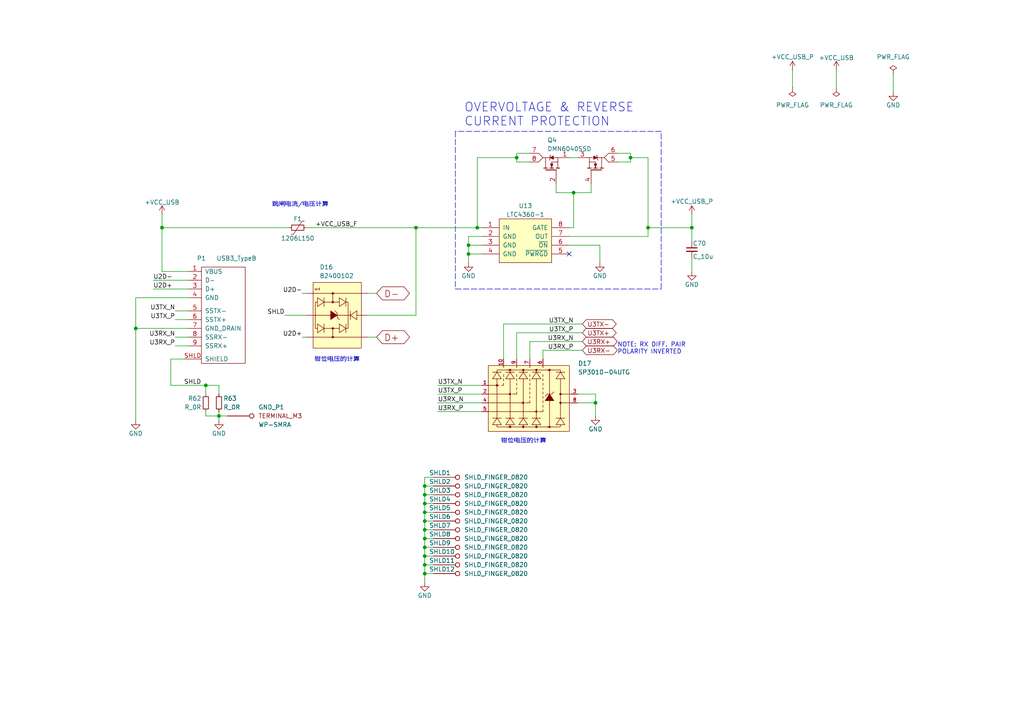
<source format=kicad_sch>
(kicad_sch
	(version 20231120)
	(generator "eeschema")
	(generator_version "8.0")
	(uuid "982acd2d-908f-4e21-94b6-508d1f564b52")
	(paper "A4")
	(title_block
		(title "Scopefun Oscilloscope")
		(rev "v2")
		(comment 1 "Copyright Dejan Priversek 2017")
		(comment 2 "Licensed under CERN OHL v.1.2")
	)
	(lib_symbols
		(symbol "ScopefunParts:+VCC_USB"
			(power)
			(pin_names
				(offset 0)
			)
			(exclude_from_sim no)
			(in_bom yes)
			(on_board yes)
			(property "Reference" "#PWR"
				(at 0 -3.81 0)
				(effects
					(font
						(size 1.27 1.27)
					)
					(hide yes)
				)
			)
			(property "Value" "+VCC_USB"
				(at 0 3.556 0)
				(effects
					(font
						(size 1.27 1.27)
					)
				)
			)
			(property "Footprint" ""
				(at 0 0 0)
				(effects
					(font
						(size 1.27 1.27)
					)
				)
			)
			(property "Datasheet" ""
				(at 0 0 0)
				(effects
					(font
						(size 1.27 1.27)
					)
				)
			)
			(property "Description" ""
				(at 0 0 0)
				(effects
					(font
						(size 1.27 1.27)
					)
					(hide yes)
				)
			)
			(property "ki_keywords" "POWER, PWR"
				(at 0 0 0)
				(effects
					(font
						(size 1.27 1.27)
					)
					(hide yes)
				)
			)
			(symbol "+VCC_USB_0_1"
				(polyline
					(pts
						(xy -0.762 1.27) (xy 0 2.54)
					)
					(stroke
						(width 0)
						(type solid)
					)
					(fill
						(type none)
					)
				)
				(polyline
					(pts
						(xy 0 0) (xy 0 2.54)
					)
					(stroke
						(width 0)
						(type solid)
					)
					(fill
						(type none)
					)
				)
				(polyline
					(pts
						(xy 0 2.54) (xy 0.762 1.27)
					)
					(stroke
						(width 0)
						(type solid)
					)
					(fill
						(type none)
					)
				)
			)
			(symbol "+VCC_USB_1_1"
				(pin power_in line
					(at 0 0 90)
					(length 0) hide
					(name "+VCC_USB"
						(effects
							(font
								(size 1.27 1.27)
							)
						)
					)
					(number "1"
						(effects
							(font
								(size 1.27 1.27)
							)
						)
					)
				)
			)
		)
		(symbol "ScopefunParts:+VCC_USB_P"
			(power)
			(pin_names
				(offset 0)
			)
			(exclude_from_sim no)
			(in_bom yes)
			(on_board yes)
			(property "Reference" "#PWR"
				(at 0 -3.81 0)
				(effects
					(font
						(size 1.27 1.27)
					)
					(hide yes)
				)
			)
			(property "Value" "+VCC_USB_P"
				(at 0 3.556 0)
				(effects
					(font
						(size 1.27 1.27)
					)
				)
			)
			(property "Footprint" ""
				(at 0 0 0)
				(effects
					(font
						(size 1.27 1.27)
					)
				)
			)
			(property "Datasheet" ""
				(at 0 0 0)
				(effects
					(font
						(size 1.27 1.27)
					)
				)
			)
			(property "Description" ""
				(at 0 0 0)
				(effects
					(font
						(size 1.27 1.27)
					)
					(hide yes)
				)
			)
			(property "ki_keywords" "POWER, PWR"
				(at 0 0 0)
				(effects
					(font
						(size 1.27 1.27)
					)
					(hide yes)
				)
			)
			(symbol "+VCC_USB_P_0_1"
				(polyline
					(pts
						(xy -0.762 1.27) (xy 0 2.54)
					)
					(stroke
						(width 0)
						(type solid)
					)
					(fill
						(type none)
					)
				)
				(polyline
					(pts
						(xy 0 0) (xy 0 2.54)
					)
					(stroke
						(width 0)
						(type solid)
					)
					(fill
						(type none)
					)
				)
				(polyline
					(pts
						(xy 0 2.54) (xy 0.762 1.27)
					)
					(stroke
						(width 0)
						(type solid)
					)
					(fill
						(type none)
					)
				)
			)
			(symbol "+VCC_USB_P_1_1"
				(pin power_in line
					(at 0 0 90)
					(length 0) hide
					(name "+VCC_USB_P"
						(effects
							(font
								(size 1.27 1.27)
							)
						)
					)
					(number "1"
						(effects
							(font
								(size 1.27 1.27)
							)
						)
					)
				)
			)
		)
		(symbol "ScopefunParts:1206L150"
			(pin_numbers hide)
			(pin_names
				(offset 0.254) hide)
			(exclude_from_sim no)
			(in_bom yes)
			(on_board yes)
			(property "Reference" "F"
				(at -1.27 2.54 0)
				(effects
					(font
						(size 1.27 1.27)
					)
					(justify left)
				)
			)
			(property "Value" "1206L150"
				(at 0 -3.81 0)
				(effects
					(font
						(size 1.27 1.27)
					)
					(justify bottom)
				)
			)
			(property "Footprint" "ScopefunPackagesLibrary:1206"
				(at 0 -8.89 0)
				(effects
					(font
						(size 1.27 1.27)
					)
					(hide yes)
				)
			)
			(property "Datasheet" "http://www.bourns.com/pdfs/mfnsmf.pdf"
				(at 0 -6.35 0)
				(effects
					(font
						(size 1.27 1.27)
					)
					(hide yes)
				)
			)
			(property "Description" "Resettable Fuses - PPTC PTC 6V 1206 1.5A POLYFUSE SMD THIN"
				(at 0 7.62 0)
				(effects
					(font
						(size 1.905 1.905)
					)
					(hide yes)
				)
			)
			(property "Description_1" "Resettable Fuses - PPTC PTC 6V 1206 1.5A POLYFUSE SMD THIN"
				(at 0 5.08 0)
				(effects
					(font
						(size 1.524 1.524)
					)
					(hide yes)
				)
			)
			(property "ki_fp_filters" "Resistor_* R_*"
				(at 0 0 0)
				(effects
					(font
						(size 1.27 1.27)
					)
					(hide yes)
				)
			)
			(symbol "1206L150_0_1"
				(rectangle
					(start -1.778 -0.762)
					(end 1.778 0.762)
					(stroke
						(width 0.2032)
						(type solid)
					)
					(fill
						(type none)
					)
				)
				(polyline
					(pts
						(xy -1.905 -1.905) (xy -1.27 -1.905) (xy 1.27 1.905) (xy 1.905 1.905)
					)
					(stroke
						(width 0)
						(type solid)
					)
					(fill
						(type none)
					)
				)
			)
			(symbol "1206L150_1_1"
				(pin passive line
					(at -2.54 0 0)
					(length 0.762)
					(name "~"
						(effects
							(font
								(size 1.016 1.016)
							)
						)
					)
					(number "1"
						(effects
							(font
								(size 1.016 1.016)
							)
						)
					)
				)
				(pin passive line
					(at 2.54 0 180)
					(length 0.762)
					(name "~"
						(effects
							(font
								(size 1.016 1.016)
							)
						)
					)
					(number "2"
						(effects
							(font
								(size 1.016 1.016)
							)
						)
					)
				)
			)
		)
		(symbol "ScopefunParts:82400102"
			(pin_numbers hide)
			(pin_names
				(offset 0.254) hide)
			(exclude_from_sim no)
			(in_bom yes)
			(on_board yes)
			(property "Reference" "D"
				(at 10.16 3.81 0)
				(effects
					(font
						(size 1.27 1.27)
					)
					(justify left)
				)
			)
			(property "Value" "82400102"
				(at 10.16 1.27 0)
				(effects
					(font
						(size 1.27 1.27)
					)
					(justify left)
				)
			)
			(property "Footprint" "ScopefunPackagesLibrary:SOT23-6"
				(at -1.016 -13.208 0)
				(effects
					(font
						(size 1.27 1.27)
					)
					(hide yes)
				)
			)
			(property "Datasheet" "http://katalog.we-online.de/pbs/datasheet/82400102.pdf"
				(at -1.016 -15.748 0)
				(effects
					(font
						(size 1.27 1.27)
					)
					(hide yes)
				)
			)
			(property "Description" "TVS Diode Array WE-TVS SOT23-6L"
				(at 0 13.97 0)
				(effects
					(font
						(size 1.524 1.524)
					)
					(hide yes)
				)
			)
			(property "Description_1" "TVS Diode Array WE-TVS SOT23-6L"
				(at 0 16.51 0)
				(effects
					(font
						(size 1.524 1.524)
					)
					(hide yes)
				)
			)
			(property "ki_fp_filters" "0603"
				(at 0 0 0)
				(effects
					(font
						(size 1.27 1.27)
					)
					(hide yes)
				)
			)
			(symbol "82400102_0_0"
				(text "1"
					(at -7.62 -5.715 0)
					(effects
						(font
							(size 1.27 1.27)
						)
					)
				)
			)
			(symbol "82400102_0_1"
				(circle
					(center -6.35 -1.27)
					(radius 0.254)
					(stroke
						(width 0)
						(type solid)
					)
					(fill
						(type outline)
					)
				)
				(circle
					(center -3.81 -1.27)
					(radius 0.254)
					(stroke
						(width 0)
						(type solid)
					)
					(fill
						(type outline)
					)
				)
				(polyline
					(pts
						(xy -6.35 -1.27) (xy -3.81 -1.27)
					)
					(stroke
						(width 0)
						(type solid)
					)
					(fill
						(type none)
					)
				)
				(polyline
					(pts
						(xy -6.35 6.985) (xy -6.35 -6.985)
					)
					(stroke
						(width 0)
						(type solid)
					)
					(fill
						(type none)
					)
				)
				(polyline
					(pts
						(xy -5.08 -3.81) (xy -2.54 -3.81)
					)
					(stroke
						(width 0)
						(type solid)
					)
					(fill
						(type none)
					)
				)
				(polyline
					(pts
						(xy -5.08 2.54) (xy -2.54 2.54)
					)
					(stroke
						(width 0)
						(type solid)
					)
					(fill
						(type none)
					)
				)
				(polyline
					(pts
						(xy -3.81 -3.81) (xy -3.81 0.635)
					)
					(stroke
						(width 0)
						(type solid)
					)
					(fill
						(type none)
					)
				)
				(polyline
					(pts
						(xy -1.27 3.81) (xy 1.27 3.81)
					)
					(stroke
						(width 0)
						(type solid)
					)
					(fill
						(type none)
					)
				)
				(polyline
					(pts
						(xy 0 -1.905) (xy 0 -6.985)
					)
					(stroke
						(width 0)
						(type solid)
					)
					(fill
						(type none)
					)
				)
				(polyline
					(pts
						(xy 0 3.81) (xy 0 0)
					)
					(stroke
						(width 0)
						(type solid)
					)
					(fill
						(type none)
					)
				)
				(polyline
					(pts
						(xy 0 5.715) (xy 0 6.985)
					)
					(stroke
						(width 0)
						(type solid)
					)
					(fill
						(type none)
					)
				)
				(polyline
					(pts
						(xy 2.54 -3.81) (xy 5.08 -3.81)
					)
					(stroke
						(width 0)
						(type solid)
					)
					(fill
						(type none)
					)
				)
				(polyline
					(pts
						(xy 2.54 2.54) (xy 5.08 2.54)
					)
					(stroke
						(width 0)
						(type solid)
					)
					(fill
						(type none)
					)
				)
				(polyline
					(pts
						(xy 3.81 -3.81) (xy 3.81 0.635)
					)
					(stroke
						(width 0)
						(type solid)
					)
					(fill
						(type none)
					)
				)
				(polyline
					(pts
						(xy 3.81 -1.27) (xy 6.35 -1.27)
					)
					(stroke
						(width 0)
						(type solid)
					)
					(fill
						(type none)
					)
				)
				(polyline
					(pts
						(xy 6.35 6.985) (xy 6.35 -6.985)
					)
					(stroke
						(width 0)
						(type solid)
					)
					(fill
						(type none)
					)
				)
				(polyline
					(pts
						(xy -3.81 -5.715) (xy -3.81 -6.35) (xy 0 -6.35)
					)
					(stroke
						(width 0)
						(type solid)
					)
					(fill
						(type none)
					)
				)
				(polyline
					(pts
						(xy 0 3.175) (xy -3.81 3.175) (xy -3.81 2.54)
					)
					(stroke
						(width 0)
						(type solid)
					)
					(fill
						(type none)
					)
				)
				(polyline
					(pts
						(xy 0 3.175) (xy 3.81 3.175) (xy 3.81 2.54)
					)
					(stroke
						(width 0)
						(type solid)
					)
					(fill
						(type none)
					)
				)
				(polyline
					(pts
						(xy 3.81 -5.715) (xy 3.81 -6.35) (xy 0 -6.35)
					)
					(stroke
						(width 0)
						(type solid)
					)
					(fill
						(type none)
					)
				)
				(polyline
					(pts
						(xy -5.08 -5.715) (xy -3.81 -3.81) (xy -2.54 -5.715) (xy -5.08 -5.715)
					)
					(stroke
						(width 0)
						(type solid)
					)
					(fill
						(type none)
					)
				)
				(polyline
					(pts
						(xy -5.08 0.635) (xy -3.81 2.54) (xy -2.54 0.635) (xy -5.08 0.635)
					)
					(stroke
						(width 0)
						(type solid)
					)
					(fill
						(type none)
					)
				)
				(polyline
					(pts
						(xy -1.27 5.715) (xy 0 3.81) (xy 1.27 5.715) (xy -1.27 5.715)
					)
					(stroke
						(width 0)
						(type solid)
					)
					(fill
						(type none)
					)
				)
				(polyline
					(pts
						(xy 0 0) (xy -1.27 -1.905) (xy 1.27 -1.905) (xy 0 0)
					)
					(stroke
						(width 0)
						(type solid)
					)
					(fill
						(type outline)
					)
				)
				(polyline
					(pts
						(xy 1.27 0.635) (xy 0.635 0) (xy -0.635 0) (xy -1.27 -0.635)
					)
					(stroke
						(width 0)
						(type solid)
					)
					(fill
						(type none)
					)
				)
				(polyline
					(pts
						(xy 2.54 -5.715) (xy 3.81 -3.81) (xy 5.08 -5.715) (xy 2.54 -5.715)
					)
					(stroke
						(width 0)
						(type solid)
					)
					(fill
						(type none)
					)
				)
				(polyline
					(pts
						(xy 2.54 0.635) (xy 3.81 2.54) (xy 5.08 0.635) (xy 2.54 0.635)
					)
					(stroke
						(width 0)
						(type solid)
					)
					(fill
						(type none)
					)
				)
				(circle
					(center 3.81 -1.27)
					(radius 0.254)
					(stroke
						(width 0)
						(type solid)
					)
					(fill
						(type outline)
					)
				)
				(circle
					(center 6.35 -1.27)
					(radius 0.254)
					(stroke
						(width 0)
						(type solid)
					)
					(fill
						(type outline)
					)
				)
				(rectangle
					(start 9.525 -6.985)
					(end -9.525 6.985)
					(stroke
						(width 0)
						(type solid)
					)
					(fill
						(type background)
					)
				)
			)
			(symbol "82400102_1_1"
				(pin passive line
					(at -6.35 -8.89 90)
					(length 1.905)
					(name "IO1"
						(effects
							(font
								(size 1.016 1.016)
							)
						)
					)
					(number "1"
						(effects
							(font
								(size 1.016 1.016)
							)
						)
					)
				)
				(pin passive line
					(at 0 -8.89 90)
					(length 1.905)
					(name "GND"
						(effects
							(font
								(size 1.016 1.016)
							)
						)
					)
					(number "2"
						(effects
							(font
								(size 1.016 1.016)
							)
						)
					)
				)
				(pin passive line
					(at 6.35 -8.89 90)
					(length 1.905)
					(name "IO2"
						(effects
							(font
								(size 1.016 1.016)
							)
						)
					)
					(number "3"
						(effects
							(font
								(size 1.016 1.016)
							)
						)
					)
				)
				(pin passive line
					(at 6.35 8.89 270)
					(length 1.905)
					(name "IO2"
						(effects
							(font
								(size 1.016 1.016)
							)
						)
					)
					(number "4"
						(effects
							(font
								(size 1.016 1.016)
							)
						)
					)
				)
				(pin passive line
					(at 0 8.89 270)
					(length 1.905)
					(name "VDD"
						(effects
							(font
								(size 1.016 1.016)
							)
						)
					)
					(number "5"
						(effects
							(font
								(size 1.016 1.016)
							)
						)
					)
				)
				(pin passive line
					(at -6.35 8.89 270)
					(length 1.905)
					(name "IO1"
						(effects
							(font
								(size 1.016 1.016)
							)
						)
					)
					(number "6"
						(effects
							(font
								(size 1.016 1.016)
							)
						)
					)
				)
			)
		)
		(symbol "ScopefunParts:C_10u"
			(pin_numbers hide)
			(pin_names
				(offset 0.254) hide)
			(exclude_from_sim no)
			(in_bom yes)
			(on_board yes)
			(property "Reference" "C"
				(at 0.254 1.778 0)
				(effects
					(font
						(size 1.27 1.27)
					)
					(justify left)
				)
			)
			(property "Value" "C_10u"
				(at 0.254 -2.032 0)
				(effects
					(font
						(size 1.27 1.27)
					)
					(justify left)
				)
			)
			(property "Footprint" "ScopefunPackagesLibrary:C_0603"
				(at 0 -5.08 0)
				(effects
					(font
						(size 1.27 1.27)
					)
					(hide yes)
				)
			)
			(property "Datasheet" "http://psearch.en.murata.com/capacitor/product/GRM188R60J106KE47%23.pdf"
				(at 0 -7.62 0)
				(effects
					(font
						(size 1.27 1.27)
					)
					(hide yes)
				)
			)
			(property "Description" "MLCC - SMD/SMT 0603 6.3V X5R 20%"
				(at 0 5.08 0)
				(effects
					(font
						(size 1.524 1.524)
					)
					(hide yes)
				)
			)
			(property "Description_1" "MLCC - SMD/SMT 0603 6.3V X5R 20%"
				(at 0 7.62 0)
				(effects
					(font
						(size 1.524 1.524)
					)
					(hide yes)
				)
			)
			(property "ki_fp_filters" "0603"
				(at 0 0 0)
				(effects
					(font
						(size 1.27 1.27)
					)
					(hide yes)
				)
			)
			(symbol "C_10u_0_1"
				(polyline
					(pts
						(xy -1.524 -0.508) (xy 1.524 -0.508)
					)
					(stroke
						(width 0.3302)
						(type solid)
					)
					(fill
						(type none)
					)
				)
				(polyline
					(pts
						(xy -1.524 0.508) (xy 1.524 0.508)
					)
					(stroke
						(width 0.3048)
						(type solid)
					)
					(fill
						(type none)
					)
				)
			)
			(symbol "C_10u_1_1"
				(pin passive line
					(at 0 2.54 270)
					(length 1.905)
					(name "~"
						(effects
							(font
								(size 1.016 1.016)
							)
						)
					)
					(number "1"
						(effects
							(font
								(size 1.016 1.016)
							)
						)
					)
				)
				(pin passive line
					(at 0 -2.54 90)
					(length 2.032)
					(name "~"
						(effects
							(font
								(size 1.016 1.016)
							)
						)
					)
					(number "2"
						(effects
							(font
								(size 1.016 1.016)
							)
						)
					)
				)
			)
		)
		(symbol "ScopefunParts:DMN6040SSD"
			(pin_names
				(offset 0) hide)
			(exclude_from_sim no)
			(in_bom yes)
			(on_board yes)
			(property "Reference" "Q"
				(at -7.62 7.62 0)
				(effects
					(font
						(size 1.27 1.27)
					)
					(justify left)
				)
			)
			(property "Value" "DMN6040SSD"
				(at -7.62 5.08 0)
				(effects
					(font
						(size 1.27 1.27)
					)
					(justify left)
				)
			)
			(property "Footprint" "ScopefunPackagesLibrary:SOIC8"
				(at 0 -8.89 0)
				(effects
					(font
						(size 1.27 1.27)
					)
					(hide yes)
				)
			)
			(property "Datasheet" "http://www.diodes.com/_files/datasheets/DMN6040SSDQ.pdf"
				(at 0 -11.43 0)
				(effects
					(font
						(size 1.27 1.27)
					)
					(hide yes)
				)
			)
			(property "Description" "60 V, 4.4 A dual N-channel Trench MOSFET"
				(at 0 12.7 0)
				(effects
					(font
						(size 1.27 1.27)
					)
					(hide yes)
				)
			)
			(property "MFG Part#" "DMN6040SSD-13"
				(at 0 10.16 0)
				(effects
					(font
						(size 1.27 1.27)
					)
					(hide yes)
				)
			)
			(property "ki_keywords" "nmos n-mos n-mosfet transistor"
				(at 0 0 0)
				(effects
					(font
						(size 1.27 1.27)
					)
					(hide yes)
				)
			)
			(symbol "DMN6040SSD_0_1"
				(polyline
					(pts
						(xy -8.89 2.54) (xy -10.16 1.27)
					)
					(stroke
						(width 0)
						(type solid)
					)
					(fill
						(type none)
					)
				)
				(polyline
					(pts
						(xy -8.89 2.54) (xy -10.16 3.81)
					)
					(stroke
						(width 0)
						(type solid)
					)
					(fill
						(type none)
					)
				)
				(polyline
					(pts
						(xy -8.89 2.54) (xy -8.128 2.54)
					)
					(stroke
						(width 0)
						(type solid)
					)
					(fill
						(type none)
					)
				)
				(polyline
					(pts
						(xy -8.636 -0.508) (xy -7.62 -0.508)
					)
					(stroke
						(width 0.254)
						(type solid)
					)
					(fill
						(type none)
					)
				)
				(polyline
					(pts
						(xy -8.128 -1.016) (xy -5.08 -1.016)
					)
					(stroke
						(width 0.254)
						(type solid)
					)
					(fill
						(type none)
					)
				)
				(polyline
					(pts
						(xy -8.128 -0.508) (xy -8.128 1.27)
					)
					(stroke
						(width 0)
						(type solid)
					)
					(fill
						(type none)
					)
				)
				(polyline
					(pts
						(xy -6.858 -0.508) (xy -5.842 -0.508)
					)
					(stroke
						(width 0.254)
						(type solid)
					)
					(fill
						(type none)
					)
				)
				(polyline
					(pts
						(xy -6.35 -0.508) (xy -6.35 1.27)
					)
					(stroke
						(width 0)
						(type solid)
					)
					(fill
						(type none)
					)
				)
				(polyline
					(pts
						(xy -5.08 -2.54) (xy -5.08 -1.016)
					)
					(stroke
						(width 0)
						(type solid)
					)
					(fill
						(type none)
					)
				)
				(polyline
					(pts
						(xy -5.08 -0.508) (xy -4.064 -0.508)
					)
					(stroke
						(width 0.254)
						(type solid)
					)
					(fill
						(type none)
					)
				)
				(polyline
					(pts
						(xy -4.572 -0.508) (xy -4.572 1.27)
					)
					(stroke
						(width 0)
						(type solid)
					)
					(fill
						(type none)
					)
				)
				(polyline
					(pts
						(xy -4.572 1.27) (xy -6.35 1.27)
					)
					(stroke
						(width 0)
						(type solid)
					)
					(fill
						(type none)
					)
				)
				(polyline
					(pts
						(xy -4.572 2.54) (xy -3.81 2.54)
					)
					(stroke
						(width 0)
						(type solid)
					)
					(fill
						(type none)
					)
				)
				(polyline
					(pts
						(xy 4.572 -0.508) (xy 4.572 1.27)
					)
					(stroke
						(width 0)
						(type solid)
					)
					(fill
						(type none)
					)
				)
				(polyline
					(pts
						(xy 4.572 1.27) (xy 6.35 1.27)
					)
					(stroke
						(width 0)
						(type solid)
					)
					(fill
						(type none)
					)
				)
				(polyline
					(pts
						(xy 4.572 2.54) (xy 3.81 2.54)
					)
					(stroke
						(width 0)
						(type solid)
					)
					(fill
						(type none)
					)
				)
				(polyline
					(pts
						(xy 5.08 -2.54) (xy 5.08 -1.016)
					)
					(stroke
						(width 0)
						(type solid)
					)
					(fill
						(type none)
					)
				)
				(polyline
					(pts
						(xy 5.08 -0.508) (xy 4.064 -0.508)
					)
					(stroke
						(width 0.254)
						(type solid)
					)
					(fill
						(type none)
					)
				)
				(polyline
					(pts
						(xy 6.35 -0.508) (xy 6.35 1.27)
					)
					(stroke
						(width 0)
						(type solid)
					)
					(fill
						(type none)
					)
				)
				(polyline
					(pts
						(xy 6.858 -0.508) (xy 5.842 -0.508)
					)
					(stroke
						(width 0.254)
						(type solid)
					)
					(fill
						(type none)
					)
				)
				(polyline
					(pts
						(xy 8.128 -1.016) (xy 5.08 -1.016)
					)
					(stroke
						(width 0.254)
						(type solid)
					)
					(fill
						(type none)
					)
				)
				(polyline
					(pts
						(xy 8.128 -0.508) (xy 8.128 1.27)
					)
					(stroke
						(width 0)
						(type solid)
					)
					(fill
						(type none)
					)
				)
				(polyline
					(pts
						(xy 8.636 -0.508) (xy 7.62 -0.508)
					)
					(stroke
						(width 0.254)
						(type solid)
					)
					(fill
						(type none)
					)
				)
				(polyline
					(pts
						(xy 8.89 2.54) (xy 8.128 2.54)
					)
					(stroke
						(width 0)
						(type solid)
					)
					(fill
						(type none)
					)
				)
				(polyline
					(pts
						(xy 8.89 2.54) (xy 10.16 1.27)
					)
					(stroke
						(width 0)
						(type solid)
					)
					(fill
						(type none)
					)
				)
				(polyline
					(pts
						(xy 8.89 2.54) (xy 10.16 3.81)
					)
					(stroke
						(width 0)
						(type solid)
					)
					(fill
						(type none)
					)
				)
				(polyline
					(pts
						(xy -6.858 2.54) (xy -8.128 2.54) (xy -8.128 1.27)
					)
					(stroke
						(width 0)
						(type solid)
					)
					(fill
						(type none)
					)
				)
				(polyline
					(pts
						(xy -5.842 2.54) (xy -4.572 2.54) (xy -4.572 1.27)
					)
					(stroke
						(width 0)
						(type solid)
					)
					(fill
						(type none)
					)
				)
				(polyline
					(pts
						(xy 5.842 2.54) (xy 4.572 2.54) (xy 4.572 1.27)
					)
					(stroke
						(width 0)
						(type solid)
					)
					(fill
						(type none)
					)
				)
				(polyline
					(pts
						(xy 6.858 2.54) (xy 8.128 2.54) (xy 8.128 1.27)
					)
					(stroke
						(width 0)
						(type solid)
					)
					(fill
						(type none)
					)
				)
				(polyline
					(pts
						(xy -6.604 3.302) (xy -6.858 3.048) (xy -6.858 2.032) (xy -7.112 1.778)
					)
					(stroke
						(width 0)
						(type solid)
					)
					(fill
						(type none)
					)
				)
				(polyline
					(pts
						(xy -6.35 -0.254) (xy -6.731 0.762) (xy -5.969 0.762) (xy -6.35 -0.254)
					)
					(stroke
						(width 0)
						(type solid)
					)
					(fill
						(type outline)
					)
				)
				(polyline
					(pts
						(xy -5.842 2.032) (xy -5.842 3.048) (xy -6.858 2.54) (xy -5.842 2.032)
					)
					(stroke
						(width 0)
						(type solid)
					)
					(fill
						(type outline)
					)
				)
				(polyline
					(pts
						(xy 5.842 2.032) (xy 5.842 3.048) (xy 6.858 2.54) (xy 5.842 2.032)
					)
					(stroke
						(width 0)
						(type solid)
					)
					(fill
						(type outline)
					)
				)
				(polyline
					(pts
						(xy 6.35 -0.254) (xy 6.731 0.762) (xy 5.969 0.762) (xy 6.35 -0.254)
					)
					(stroke
						(width 0)
						(type solid)
					)
					(fill
						(type outline)
					)
				)
				(polyline
					(pts
						(xy 6.604 3.302) (xy 6.858 3.048) (xy 6.858 2.032) (xy 7.112 1.778)
					)
					(stroke
						(width 0)
						(type solid)
					)
					(fill
						(type none)
					)
				)
			)
			(symbol "DMN6040SSD_1_1"
				(pin passive line
					(at -1.27 2.54 180)
					(length 2.54)
					(name "S1"
						(effects
							(font
								(size 1.27 1.27)
							)
						)
					)
					(number "1"
						(effects
							(font
								(size 1.27 1.27)
							)
						)
					)
				)
				(pin input line
					(at -5.08 -5.08 90)
					(length 2.54)
					(name "G1"
						(effects
							(font
								(size 1.27 1.27)
							)
						)
					)
					(number "2"
						(effects
							(font
								(size 1.27 1.27)
							)
						)
					)
				)
				(pin passive line
					(at 1.27 2.54 0)
					(length 2.54)
					(name "S2"
						(effects
							(font
								(size 1.27 1.27)
							)
						)
					)
					(number "3"
						(effects
							(font
								(size 1.27 1.27)
							)
						)
					)
				)
				(pin input line
					(at 5.08 -5.08 90)
					(length 2.54)
					(name "G2"
						(effects
							(font
								(size 1.27 1.27)
							)
						)
					)
					(number "4"
						(effects
							(font
								(size 1.27 1.27)
							)
						)
					)
				)
				(pin passive line
					(at 12.7 1.27 180)
					(length 2.54)
					(name "D2"
						(effects
							(font
								(size 1.27 1.27)
							)
						)
					)
					(number "5"
						(effects
							(font
								(size 1.27 1.27)
							)
						)
					)
				)
				(pin passive line
					(at 12.7 3.81 180)
					(length 2.54)
					(name "D2"
						(effects
							(font
								(size 1.27 1.27)
							)
						)
					)
					(number "6"
						(effects
							(font
								(size 1.27 1.27)
							)
						)
					)
				)
				(pin passive line
					(at -12.7 3.81 0)
					(length 2.54)
					(name "D1"
						(effects
							(font
								(size 1.27 1.27)
							)
						)
					)
					(number "7"
						(effects
							(font
								(size 1.27 1.27)
							)
						)
					)
				)
				(pin passive line
					(at -12.7 1.27 0)
					(length 2.54)
					(name "D1"
						(effects
							(font
								(size 1.27 1.27)
							)
						)
					)
					(number "8"
						(effects
							(font
								(size 1.27 1.27)
							)
						)
					)
				)
			)
		)
		(symbol "ScopefunParts:LTC4360-1"
			(pin_names
				(offset 1.016)
			)
			(exclude_from_sim no)
			(in_bom yes)
			(on_board yes)
			(property "Reference" "U"
				(at 0 8.89 0)
				(effects
					(font
						(size 1.27 1.27)
					)
				)
			)
			(property "Value" "LTC4360-1"
				(at 0 6.35 0)
				(effects
					(font
						(size 1.27 1.27)
					)
				)
			)
			(property "Footprint" "ScopefunPackagesLibrary:SC70"
				(at 0 -13.97 0)
				(effects
					(font
						(size 1.27 1.27)
					)
					(hide yes)
				)
			)
			(property "Datasheet" "http://cds.linear.com/docs/en/datasheet/436012fa.pdf"
				(at 0 -10.16 0)
				(effects
					(font
						(size 1.27 1.27)
					)
					(hide yes)
				)
			)
			(property "Description" "Overvoltage Protection Controller"
				(at 0 11.43 0)
				(effects
					(font
						(size 1.27 1.27)
					)
					(hide yes)
				)
			)
			(property "Description_1" "Overvoltage Protection Controller"
				(at 0 13.97 0)
				(effects
					(font
						(size 1.27 1.27)
					)
					(hide yes)
				)
			)
			(property "ki_keywords" "Overvoltage Protection"
				(at 0 0 0)
				(effects
					(font
						(size 1.27 1.27)
					)
					(hide yes)
				)
			)
			(symbol "LTC4360-1_0_1"
				(rectangle
					(start -7.62 5.08)
					(end 7.62 -7.62)
					(stroke
						(width 0)
						(type solid)
					)
					(fill
						(type background)
					)
				)
			)
			(symbol "LTC4360-1_1_1"
				(pin power_in line
					(at -12.7 2.54 0)
					(length 5.08)
					(name "IN"
						(effects
							(font
								(size 1.27 1.27)
							)
						)
					)
					(number "1"
						(effects
							(font
								(size 1.27 1.27)
							)
						)
					)
				)
				(pin power_in line
					(at -12.7 0 0)
					(length 5.08)
					(name "GND"
						(effects
							(font
								(size 1.27 1.27)
							)
						)
					)
					(number "2"
						(effects
							(font
								(size 1.27 1.27)
							)
						)
					)
				)
				(pin power_in line
					(at -12.7 -2.54 0)
					(length 5.08)
					(name "GND"
						(effects
							(font
								(size 1.27 1.27)
							)
						)
					)
					(number "3"
						(effects
							(font
								(size 1.27 1.27)
							)
						)
					)
				)
				(pin power_in line
					(at -12.7 -5.08 0)
					(length 5.08)
					(name "GND"
						(effects
							(font
								(size 1.27 1.27)
							)
						)
					)
					(number "4"
						(effects
							(font
								(size 1.27 1.27)
							)
						)
					)
				)
				(pin output line
					(at 12.7 -5.08 180)
					(length 5.08)
					(name "~{PWRGD}"
						(effects
							(font
								(size 1.27 1.27)
							)
						)
					)
					(number "5"
						(effects
							(font
								(size 1.27 1.27)
							)
						)
					)
				)
				(pin input line
					(at 12.7 -2.54 180)
					(length 5.08)
					(name "~{ON}"
						(effects
							(font
								(size 1.27 1.27)
							)
						)
					)
					(number "6"
						(effects
							(font
								(size 1.27 1.27)
							)
						)
					)
				)
				(pin power_out line
					(at 12.7 0 180)
					(length 5.08)
					(name "OUT"
						(effects
							(font
								(size 1.27 1.27)
							)
						)
					)
					(number "7"
						(effects
							(font
								(size 1.27 1.27)
							)
						)
					)
				)
				(pin output line
					(at 12.7 2.54 180)
					(length 5.08)
					(name "GATE"
						(effects
							(font
								(size 1.27 1.27)
							)
						)
					)
					(number "8"
						(effects
							(font
								(size 1.27 1.27)
							)
						)
					)
				)
			)
		)
		(symbol "ScopefunParts:R_0R"
			(pin_numbers hide)
			(pin_names
				(offset 0.254) hide)
			(exclude_from_sim no)
			(in_bom yes)
			(on_board yes)
			(property "Reference" "R"
				(at 1.27 1.27 0)
				(effects
					(font
						(size 1.27 1.27)
					)
					(justify left)
				)
			)
			(property "Value" "R_0R"
				(at 1.27 -1.27 0)
				(effects
					(font
						(size 1.27 1.27)
					)
					(justify left)
				)
			)
			(property "Footprint" "ScopefunPackagesLibrary:R_0805"
				(at 0 -7.62 0)
				(effects
					(font
						(size 1.27 1.27)
					)
					(hide yes)
				)
			)
			(property "Datasheet" ""
				(at 0 -7.112 0)
				(effects
					(font
						(size 1.27 1.27)
					)
					(hide yes)
				)
			)
			(property "Description" "Resistor"
				(at 0 -4.572 0)
				(effects
					(font
						(size 1.27 1.27)
					)
					(hide yes)
				)
			)
			(property "Description_1" "RES SMD 1% 1/10W 0805"
				(at 0 3.81 0)
				(effects
					(font
						(size 1.524 1.524)
					)
					(hide yes)
				)
			)
			(property "ki_fp_filters" "Resistor_* R_*"
				(at 0 0 0)
				(effects
					(font
						(size 1.27 1.27)
					)
					(hide yes)
				)
			)
			(symbol "R_0R_0_1"
				(rectangle
					(start -0.762 1.778)
					(end 0.762 -1.778)
					(stroke
						(width 0.2032)
						(type solid)
					)
					(fill
						(type none)
					)
				)
			)
			(symbol "R_0R_1_1"
				(pin passive line
					(at 0 2.54 270)
					(length 0.762)
					(name "~"
						(effects
							(font
								(size 1.016 1.016)
							)
						)
					)
					(number "1"
						(effects
							(font
								(size 1.016 1.016)
							)
						)
					)
				)
				(pin passive line
					(at 0 -2.54 90)
					(length 0.762)
					(name "~"
						(effects
							(font
								(size 1.016 1.016)
							)
						)
					)
					(number "2"
						(effects
							(font
								(size 1.016 1.016)
							)
						)
					)
				)
			)
		)
		(symbol "ScopefunParts:SHLD_FINGER_0820"
			(pin_numbers hide)
			(pin_names
				(offset 1.016) hide)
			(exclude_from_sim no)
			(in_bom yes)
			(on_board yes)
			(property "Reference" "SHLD"
				(at 0 1.27 0)
				(effects
					(font
						(size 1.27 1.27)
					)
				)
			)
			(property "Value" "SHLD_FINGER_0820"
				(at 6.35 0 0)
				(effects
					(font
						(size 1.27 1.27)
					)
					(justify left)
				)
			)
			(property "Footprint" "ScopefunPackagesLibrary:EMI_SHLD_FINGER_0820"
				(at 0 -6.35 0)
				(effects
					(font
						(size 1.27 1.27)
					)
					(hide yes)
				)
			)
			(property "Datasheet" "http://www.te.com/usa-en/product-2040852-1.html"
				(at 0 -3.81 0)
				(effects
					(font
						(size 1.27 1.27)
					)
					(hide yes)
				)
			)
			(property "Description" "SHIELD FINGER 0820 N-B WITH SE"
				(at 0 7.62 0)
				(effects
					(font
						(size 1.27 1.27)
					)
					(hide yes)
				)
			)
			(property "MFG Part#" "2040852-1"
				(at 0 5.08 0)
				(effects
					(font
						(size 1.27 1.27)
					)
					(hide yes)
				)
			)
			(symbol "SHLD_FINGER_0820_1_1"
				(pin passive inverted
					(at -2.54 0 0)
					(length 7.62)
					(name "1"
						(effects
							(font
								(size 1.27 1.27)
							)
						)
					)
					(number "1"
						(effects
							(font
								(size 1.27 1.27)
							)
						)
					)
				)
			)
		)
		(symbol "ScopefunParts:SP3010-04UTG"
			(pin_names
				(offset 0.254) hide)
			(exclude_from_sim no)
			(in_bom yes)
			(on_board yes)
			(property "Reference" "D"
				(at 12.7 10.16 0)
				(effects
					(font
						(size 1.27 1.27)
					)
					(justify left)
				)
			)
			(property "Value" "SP3010-04UTG"
				(at 12.7 7.62 0)
				(effects
					(font
						(size 1.27 1.27)
					)
					(justify left)
				)
			)
			(property "Footprint" "ScopefunPackagesLibrary:uDFN-10"
				(at -1.016 -11.938 0)
				(effects
					(font
						(size 1.27 1.27)
					)
					(hide yes)
				)
			)
			(property "Datasheet" "http://www.littelfuse.com/~{/media/electronics/datasheets/tvs_diode_arrays/littelfuse_tvs_diode_array_sp3010_datasheet.pdf.pdf}"
				(at -1.016 -14.478 0)
				(effects
					(font
						(size 1.27 1.27)
					)
					(hide yes)
				)
			)
			(property "Description" "SP3010 Series 0.45pF Diode Array"
				(at 0 13.97 0)
				(effects
					(font
						(size 1.524 1.524)
					)
					(hide yes)
				)
			)
			(property "Description_1" "SP3010 Series 0.45pF Diode Array"
				(at 0 16.51 0)
				(effects
					(font
						(size 1.524 1.524)
					)
					(hide yes)
				)
			)
			(property "ki_fp_filters" "0603"
				(at 0 0 0)
				(effects
					(font
						(size 1.27 1.27)
					)
					(hide yes)
				)
			)
			(symbol "SP3010-04UTG_0_0"
				(circle
					(center -5.715 -8.255)
					(radius 0.254)
					(stroke
						(width 0)
						(type solid)
					)
					(fill
						(type outline)
					)
				)
				(circle
					(center -5.715 8.255)
					(radius 0.254)
					(stroke
						(width 0)
						(type solid)
					)
					(fill
						(type outline)
					)
				)
				(circle
					(center -1.905 -8.255)
					(radius 0.254)
					(stroke
						(width 0)
						(type solid)
					)
					(fill
						(type outline)
					)
				)
				(circle
					(center -1.905 8.255)
					(radius 0.254)
					(stroke
						(width 0)
						(type solid)
					)
					(fill
						(type outline)
					)
				)
				(polyline
					(pts
						(xy -10.16 3.81) (xy -12.065 3.81)
					)
					(stroke
						(width 0)
						(type solid)
					)
					(fill
						(type none)
					)
				)
				(polyline
					(pts
						(xy -9.525 5.715) (xy -9.525 -5.715)
					)
					(stroke
						(width 0)
						(type solid)
					)
					(fill
						(type none)
					)
				)
				(polyline
					(pts
						(xy -6.35 1.27) (xy -12.065 1.27)
					)
					(stroke
						(width 0)
						(type solid)
					)
					(fill
						(type none)
					)
				)
				(polyline
					(pts
						(xy -5.715 5.715) (xy -5.715 -5.715)
					)
					(stroke
						(width 0)
						(type solid)
					)
					(fill
						(type none)
					)
				)
				(polyline
					(pts
						(xy -2.54 -1.27) (xy -12.065 -1.27)
					)
					(stroke
						(width 0)
						(type solid)
					)
					(fill
						(type none)
					)
				)
				(polyline
					(pts
						(xy -1.905 -7.62) (xy -1.905 -8.255)
					)
					(stroke
						(width 0)
						(type solid)
					)
					(fill
						(type none)
					)
				)
				(polyline
					(pts
						(xy -1.905 5.715) (xy -1.905 -5.715)
					)
					(stroke
						(width 0)
						(type solid)
					)
					(fill
						(type none)
					)
				)
				(polyline
					(pts
						(xy -1.905 7.62) (xy -1.905 8.255)
					)
					(stroke
						(width 0)
						(type solid)
					)
					(fill
						(type none)
					)
				)
				(polyline
					(pts
						(xy 1.27 -3.81) (xy -12.065 -3.81)
					)
					(stroke
						(width 0)
						(type solid)
					)
					(fill
						(type none)
					)
				)
				(polyline
					(pts
						(xy 1.905 -8.255) (xy 5.715 -8.255)
					)
					(stroke
						(width 0)
						(type solid)
					)
					(fill
						(type none)
					)
				)
				(polyline
					(pts
						(xy 1.905 5.715) (xy 1.905 -5.715)
					)
					(stroke
						(width 0)
						(type solid)
					)
					(fill
						(type none)
					)
				)
				(polyline
					(pts
						(xy 5.715 -8.255) (xy 5.715 8.255)
					)
					(stroke
						(width 0)
						(type solid)
					)
					(fill
						(type none)
					)
				)
				(polyline
					(pts
						(xy 5.715 8.255) (xy 1.905 8.255)
					)
					(stroke
						(width 0)
						(type solid)
					)
					(fill
						(type none)
					)
				)
				(polyline
					(pts
						(xy 8.89 -5.715) (xy 8.89 5.715)
					)
					(stroke
						(width 0)
						(type solid)
					)
					(fill
						(type none)
					)
				)
				(circle
					(center 1.905 -8.255)
					(radius 0.254)
					(stroke
						(width 0)
						(type solid)
					)
					(fill
						(type outline)
					)
				)
				(circle
					(center 1.905 8.255)
					(radius 0.254)
					(stroke
						(width 0)
						(type solid)
					)
					(fill
						(type outline)
					)
				)
				(circle
					(center 5.715 -8.255)
					(radius 0.254)
					(stroke
						(width 0)
						(type solid)
					)
					(fill
						(type outline)
					)
				)
				(circle
					(center 5.715 8.255)
					(radius 0.254)
					(stroke
						(width 0)
						(type solid)
					)
					(fill
						(type outline)
					)
				)
			)
			(symbol "SP3010-04UTG_0_1"
				(circle
					(center -9.525 3.81)
					(radius 0.254)
					(stroke
						(width 0)
						(type solid)
					)
					(fill
						(type outline)
					)
				)
				(circle
					(center -5.715 1.27)
					(radius 0.254)
					(stroke
						(width 0)
						(type solid)
					)
					(fill
						(type outline)
					)
				)
				(circle
					(center -1.905 -1.27)
					(radius 0.254)
					(stroke
						(width 0)
						(type solid)
					)
					(fill
						(type outline)
					)
				)
				(polyline
					(pts
						(xy -10.795 -5.715) (xy -8.255 -5.715)
					)
					(stroke
						(width 0)
						(type solid)
					)
					(fill
						(type none)
					)
				)
				(polyline
					(pts
						(xy -10.795 7.62) (xy -8.255 7.62)
					)
					(stroke
						(width 0)
						(type solid)
					)
					(fill
						(type none)
					)
				)
				(polyline
					(pts
						(xy -9.525 3.81) (xy -10.16 3.81)
					)
					(stroke
						(width 0)
						(type solid)
					)
					(fill
						(type none)
					)
				)
				(polyline
					(pts
						(xy -9.525 3.81) (xy -8.89 3.81)
					)
					(stroke
						(width 0)
						(type solid)
					)
					(fill
						(type none)
					)
				)
				(polyline
					(pts
						(xy -8.255 3.81) (xy -7.62 3.81)
					)
					(stroke
						(width 0)
						(type solid)
					)
					(fill
						(type none)
					)
				)
				(polyline
					(pts
						(xy -7.62 4.445) (xy -7.62 3.81)
					)
					(stroke
						(width 0)
						(type solid)
					)
					(fill
						(type none)
					)
				)
				(polyline
					(pts
						(xy -7.62 5.08) (xy -7.62 5.715)
					)
					(stroke
						(width 0)
						(type solid)
					)
					(fill
						(type none)
					)
				)
				(polyline
					(pts
						(xy -7.62 6.35) (xy -7.62 6.985)
					)
					(stroke
						(width 0)
						(type solid)
					)
					(fill
						(type none)
					)
				)
				(polyline
					(pts
						(xy -7.62 7.62) (xy -7.62 7.62)
					)
					(stroke
						(width 0)
						(type solid)
					)
					(fill
						(type none)
					)
				)
				(polyline
					(pts
						(xy -7.62 8.89) (xy -7.62 9.525)
					)
					(stroke
						(width 0)
						(type solid)
					)
					(fill
						(type none)
					)
				)
				(polyline
					(pts
						(xy -6.985 -5.715) (xy -4.445 -5.715)
					)
					(stroke
						(width 0)
						(type solid)
					)
					(fill
						(type none)
					)
				)
				(polyline
					(pts
						(xy -6.985 7.62) (xy -4.445 7.62)
					)
					(stroke
						(width 0)
						(type solid)
					)
					(fill
						(type none)
					)
				)
				(polyline
					(pts
						(xy -6.35 1.27) (xy -5.715 1.27)
					)
					(stroke
						(width 0)
						(type solid)
					)
					(fill
						(type none)
					)
				)
				(polyline
					(pts
						(xy -6.35 8.255) (xy -5.715 8.255)
					)
					(stroke
						(width 0)
						(type solid)
					)
					(fill
						(type none)
					)
				)
				(polyline
					(pts
						(xy -5.715 -8.255) (xy -6.35 -8.255)
					)
					(stroke
						(width 0)
						(type solid)
					)
					(fill
						(type none)
					)
				)
				(polyline
					(pts
						(xy -5.08 1.27) (xy -4.445 1.27)
					)
					(stroke
						(width 0)
						(type solid)
					)
					(fill
						(type none)
					)
				)
				(polyline
					(pts
						(xy -4.445 1.27) (xy -3.81 1.27)
					)
					(stroke
						(width 0)
						(type solid)
					)
					(fill
						(type none)
					)
				)
				(polyline
					(pts
						(xy -3.81 1.27) (xy -3.81 1.905)
					)
					(stroke
						(width 0)
						(type solid)
					)
					(fill
						(type none)
					)
				)
				(polyline
					(pts
						(xy -3.81 2.54) (xy -3.81 3.175)
					)
					(stroke
						(width 0)
						(type solid)
					)
					(fill
						(type none)
					)
				)
				(polyline
					(pts
						(xy -3.81 3.81) (xy -3.81 4.445)
					)
					(stroke
						(width 0)
						(type solid)
					)
					(fill
						(type none)
					)
				)
				(polyline
					(pts
						(xy -3.81 5.08) (xy -3.81 5.715)
					)
					(stroke
						(width 0)
						(type solid)
					)
					(fill
						(type none)
					)
				)
				(polyline
					(pts
						(xy -3.81 6.35) (xy -3.81 6.985)
					)
					(stroke
						(width 0)
						(type solid)
					)
					(fill
						(type none)
					)
				)
				(polyline
					(pts
						(xy -3.81 7.62) (xy -3.81 7.62)
					)
					(stroke
						(width 0)
						(type solid)
					)
					(fill
						(type none)
					)
				)
				(polyline
					(pts
						(xy -3.81 8.89) (xy -3.81 9.525)
					)
					(stroke
						(width 0)
						(type solid)
					)
					(fill
						(type none)
					)
				)
				(polyline
					(pts
						(xy -3.175 -5.715) (xy -0.635 -5.715)
					)
					(stroke
						(width 0)
						(type solid)
					)
					(fill
						(type none)
					)
				)
				(polyline
					(pts
						(xy -3.175 7.62) (xy -0.635 7.62)
					)
					(stroke
						(width 0)
						(type solid)
					)
					(fill
						(type none)
					)
				)
				(polyline
					(pts
						(xy -2.54 -1.27) (xy -1.905 -1.27)
					)
					(stroke
						(width 0)
						(type solid)
					)
					(fill
						(type none)
					)
				)
				(polyline
					(pts
						(xy -1.27 -1.27) (xy -0.635 -1.27)
					)
					(stroke
						(width 0)
						(type solid)
					)
					(fill
						(type none)
					)
				)
				(polyline
					(pts
						(xy -0.635 -1.27) (xy 0 -1.27)
					)
					(stroke
						(width 0)
						(type solid)
					)
					(fill
						(type none)
					)
				)
				(polyline
					(pts
						(xy 0 -1.27) (xy 0 -0.635)
					)
					(stroke
						(width 0)
						(type solid)
					)
					(fill
						(type none)
					)
				)
				(polyline
					(pts
						(xy 0 0) (xy 0 0.635)
					)
					(stroke
						(width 0)
						(type solid)
					)
					(fill
						(type none)
					)
				)
				(polyline
					(pts
						(xy 0 1.27) (xy 0 1.905)
					)
					(stroke
						(width 0)
						(type solid)
					)
					(fill
						(type none)
					)
				)
				(polyline
					(pts
						(xy 0 2.54) (xy 0 3.175)
					)
					(stroke
						(width 0)
						(type solid)
					)
					(fill
						(type none)
					)
				)
				(polyline
					(pts
						(xy 0 3.81) (xy 0 4.445)
					)
					(stroke
						(width 0)
						(type solid)
					)
					(fill
						(type none)
					)
				)
				(polyline
					(pts
						(xy 0 5.08) (xy 0 5.715)
					)
					(stroke
						(width 0)
						(type solid)
					)
					(fill
						(type none)
					)
				)
				(polyline
					(pts
						(xy 0 6.35) (xy 0 6.985)
					)
					(stroke
						(width 0)
						(type solid)
					)
					(fill
						(type none)
					)
				)
				(polyline
					(pts
						(xy 0 7.62) (xy 0 7.62)
					)
					(stroke
						(width 0)
						(type solid)
					)
					(fill
						(type none)
					)
				)
				(polyline
					(pts
						(xy 0 8.89) (xy 0 9.525)
					)
					(stroke
						(width 0)
						(type solid)
					)
					(fill
						(type none)
					)
				)
				(polyline
					(pts
						(xy 0.635 -5.715) (xy 3.175 -5.715)
					)
					(stroke
						(width 0)
						(type solid)
					)
					(fill
						(type none)
					)
				)
				(polyline
					(pts
						(xy 0.635 7.62) (xy 3.175 7.62)
					)
					(stroke
						(width 0)
						(type solid)
					)
					(fill
						(type none)
					)
				)
				(polyline
					(pts
						(xy 1.27 -3.81) (xy 1.905 -3.81)
					)
					(stroke
						(width 0)
						(type solid)
					)
					(fill
						(type none)
					)
				)
				(polyline
					(pts
						(xy 2.54 -3.81) (xy 3.175 -3.81)
					)
					(stroke
						(width 0)
						(type solid)
					)
					(fill
						(type none)
					)
				)
				(polyline
					(pts
						(xy 3.175 -3.81) (xy 3.81 -3.81)
					)
					(stroke
						(width 0)
						(type solid)
					)
					(fill
						(type none)
					)
				)
				(polyline
					(pts
						(xy 3.81 -3.81) (xy 3.81 -3.175)
					)
					(stroke
						(width 0)
						(type solid)
					)
					(fill
						(type none)
					)
				)
				(polyline
					(pts
						(xy 3.81 -2.54) (xy 3.81 -1.905)
					)
					(stroke
						(width 0)
						(type solid)
					)
					(fill
						(type none)
					)
				)
				(polyline
					(pts
						(xy 3.81 -1.27) (xy 3.81 -0.635)
					)
					(stroke
						(width 0)
						(type solid)
					)
					(fill
						(type none)
					)
				)
				(polyline
					(pts
						(xy 3.81 0) (xy 3.81 0.635)
					)
					(stroke
						(width 0)
						(type solid)
					)
					(fill
						(type none)
					)
				)
				(polyline
					(pts
						(xy 3.81 1.905) (xy 3.81 1.27)
					)
					(stroke
						(width 0)
						(type solid)
					)
					(fill
						(type none)
					)
				)
				(polyline
					(pts
						(xy 3.81 3.175) (xy 3.81 2.54)
					)
					(stroke
						(width 0)
						(type solid)
					)
					(fill
						(type none)
					)
				)
				(polyline
					(pts
						(xy 3.81 3.81) (xy 3.81 4.445)
					)
					(stroke
						(width 0)
						(type solid)
					)
					(fill
						(type none)
					)
				)
				(polyline
					(pts
						(xy 3.81 5.08) (xy 3.81 5.715)
					)
					(stroke
						(width 0)
						(type solid)
					)
					(fill
						(type none)
					)
				)
				(polyline
					(pts
						(xy 3.81 6.35) (xy 3.81 6.985)
					)
					(stroke
						(width 0)
						(type solid)
					)
					(fill
						(type none)
					)
				)
				(polyline
					(pts
						(xy 3.81 7.62) (xy 3.81 7.62)
					)
					(stroke
						(width 0)
						(type solid)
					)
					(fill
						(type none)
					)
				)
				(polyline
					(pts
						(xy 3.81 9.525) (xy 3.81 8.89)
					)
					(stroke
						(width 0)
						(type solid)
					)
					(fill
						(type none)
					)
				)
				(polyline
					(pts
						(xy 7.62 -5.715) (xy 10.16 -5.715)
					)
					(stroke
						(width 0)
						(type solid)
					)
					(fill
						(type none)
					)
				)
				(polyline
					(pts
						(xy 7.62 7.62) (xy 10.16 7.62)
					)
					(stroke
						(width 0)
						(type solid)
					)
					(fill
						(type none)
					)
				)
				(polyline
					(pts
						(xy 12.065 -1.27) (xy 8.89 -1.27)
					)
					(stroke
						(width 0)
						(type solid)
					)
					(fill
						(type none)
					)
				)
				(polyline
					(pts
						(xy 12.065 -1.27) (xy 13.335 -1.27)
					)
					(stroke
						(width 0)
						(type solid)
					)
					(fill
						(type none)
					)
				)
				(polyline
					(pts
						(xy 12.065 1.27) (xy 8.89 1.27)
					)
					(stroke
						(width 0)
						(type solid)
					)
					(fill
						(type none)
					)
				)
				(polyline
					(pts
						(xy 12.065 1.27) (xy 13.335 1.27)
					)
					(stroke
						(width 0)
						(type solid)
					)
					(fill
						(type none)
					)
				)
				(polyline
					(pts
						(xy -9.525 -7.62) (xy -9.525 -8.255) (xy -5.715 -8.255)
					)
					(stroke
						(width 0)
						(type solid)
					)
					(fill
						(type none)
					)
				)
				(polyline
					(pts
						(xy -5.715 -7.62) (xy -5.715 -8.255) (xy -1.905 -8.255)
					)
					(stroke
						(width 0)
						(type solid)
					)
					(fill
						(type none)
					)
				)
				(polyline
					(pts
						(xy -5.715 8.255) (xy -9.525 8.255) (xy -9.525 7.62)
					)
					(stroke
						(width 0)
						(type solid)
					)
					(fill
						(type none)
					)
				)
				(polyline
					(pts
						(xy -1.905 8.255) (xy -5.715 8.255) (xy -5.715 7.62)
					)
					(stroke
						(width 0)
						(type solid)
					)
					(fill
						(type none)
					)
				)
				(polyline
					(pts
						(xy -1.905 8.255) (xy 1.905 8.255) (xy 1.905 7.62)
					)
					(stroke
						(width 0)
						(type solid)
					)
					(fill
						(type none)
					)
				)
				(polyline
					(pts
						(xy 1.905 -7.62) (xy 1.905 -8.255) (xy -1.905 -8.255)
					)
					(stroke
						(width 0)
						(type solid)
					)
					(fill
						(type none)
					)
				)
				(polyline
					(pts
						(xy 5.08 8.255) (xy 8.89 8.255) (xy 8.89 7.62)
					)
					(stroke
						(width 0)
						(type solid)
					)
					(fill
						(type none)
					)
				)
				(polyline
					(pts
						(xy 8.89 -7.62) (xy 8.89 -8.255) (xy 5.08 -8.255)
					)
					(stroke
						(width 0)
						(type solid)
					)
					(fill
						(type none)
					)
				)
				(polyline
					(pts
						(xy -10.795 -7.62) (xy -9.525 -5.715) (xy -8.255 -7.62) (xy -10.795 -7.62)
					)
					(stroke
						(width 0)
						(type solid)
					)
					(fill
						(type none)
					)
				)
				(polyline
					(pts
						(xy -10.795 5.715) (xy -9.525 7.62) (xy -8.255 5.715) (xy -10.795 5.715)
					)
					(stroke
						(width 0)
						(type solid)
					)
					(fill
						(type none)
					)
				)
				(polyline
					(pts
						(xy -6.985 -7.62) (xy -5.715 -5.715) (xy -4.445 -7.62) (xy -6.985 -7.62)
					)
					(stroke
						(width 0)
						(type solid)
					)
					(fill
						(type none)
					)
				)
				(polyline
					(pts
						(xy -6.985 5.715) (xy -5.715 7.62) (xy -4.445 5.715) (xy -6.985 5.715)
					)
					(stroke
						(width 0)
						(type solid)
					)
					(fill
						(type none)
					)
				)
				(polyline
					(pts
						(xy -3.175 -7.62) (xy -1.905 -5.715) (xy -0.635 -7.62) (xy -3.175 -7.62)
					)
					(stroke
						(width 0)
						(type solid)
					)
					(fill
						(type none)
					)
				)
				(polyline
					(pts
						(xy -3.175 5.715) (xy -1.905 7.62) (xy -0.635 5.715) (xy -3.175 5.715)
					)
					(stroke
						(width 0)
						(type solid)
					)
					(fill
						(type none)
					)
				)
				(polyline
					(pts
						(xy 0.635 -7.62) (xy 1.905 -5.715) (xy 3.175 -7.62) (xy 0.635 -7.62)
					)
					(stroke
						(width 0)
						(type solid)
					)
					(fill
						(type none)
					)
				)
				(polyline
					(pts
						(xy 0.635 5.715) (xy 1.905 7.62) (xy 3.175 5.715) (xy 0.635 5.715)
					)
					(stroke
						(width 0)
						(type solid)
					)
					(fill
						(type none)
					)
				)
				(polyline
					(pts
						(xy 5.715 1.27) (xy 4.445 -0.635) (xy 6.985 -0.635) (xy 5.715 1.27)
					)
					(stroke
						(width 0)
						(type solid)
					)
					(fill
						(type outline)
					)
				)
				(polyline
					(pts
						(xy 6.985 1.905) (xy 6.35 1.27) (xy 5.08 1.27) (xy 4.445 0.635)
					)
					(stroke
						(width 0)
						(type solid)
					)
					(fill
						(type none)
					)
				)
				(polyline
					(pts
						(xy 7.62 -7.62) (xy 8.89 -5.715) (xy 10.16 -7.62) (xy 7.62 -7.62)
					)
					(stroke
						(width 0)
						(type solid)
					)
					(fill
						(type none)
					)
				)
				(polyline
					(pts
						(xy 7.62 5.715) (xy 8.89 7.62) (xy 10.16 5.715) (xy 7.62 5.715)
					)
					(stroke
						(width 0)
						(type solid)
					)
					(fill
						(type none)
					)
				)
				(circle
					(center 1.905 -3.81)
					(radius 0.254)
					(stroke
						(width 0)
						(type solid)
					)
					(fill
						(type outline)
					)
				)
				(circle
					(center 8.89 -1.27)
					(radius 0.254)
					(stroke
						(width 0)
						(type solid)
					)
					(fill
						(type outline)
					)
				)
				(circle
					(center 8.89 1.27)
					(radius 0.254)
					(stroke
						(width 0)
						(type solid)
					)
					(fill
						(type outline)
					)
				)
				(rectangle
					(start 11.43 -9.525)
					(end -12.065 9.525)
					(stroke
						(width 0)
						(type solid)
					)
					(fill
						(type background)
					)
				)
			)
			(symbol "SP3010-04UTG_1_1"
				(pin passive line
					(at -13.97 3.81 0)
					(length 1.905)
					(name "IO1"
						(effects
							(font
								(size 1.016 1.016)
							)
						)
					)
					(number "1"
						(effects
							(font
								(size 1.016 1.016)
							)
						)
					)
				)
				(pin passive line
					(at -7.62 11.43 270)
					(length 1.905)
					(name "IO1"
						(effects
							(font
								(size 1.016 1.016)
							)
						)
					)
					(number "10"
						(effects
							(font
								(size 1.016 1.016)
							)
						)
					)
				)
				(pin passive line
					(at -13.97 1.27 0)
					(length 1.905)
					(name "GND"
						(effects
							(font
								(size 1.016 1.016)
							)
						)
					)
					(number "2"
						(effects
							(font
								(size 1.016 1.016)
							)
						)
					)
				)
				(pin passive line
					(at 13.97 1.27 180)
					(length 1.905)
					(name "IO2"
						(effects
							(font
								(size 1.016 1.016)
							)
						)
					)
					(number "3"
						(effects
							(font
								(size 1.016 1.016)
							)
						)
					)
				)
				(pin passive line
					(at -13.97 -1.27 0)
					(length 1.905)
					(name "IO2"
						(effects
							(font
								(size 1.016 1.016)
							)
						)
					)
					(number "4"
						(effects
							(font
								(size 1.016 1.016)
							)
						)
					)
				)
				(pin passive line
					(at -13.97 -3.81 0)
					(length 1.905)
					(name "VDD"
						(effects
							(font
								(size 1.016 1.016)
							)
						)
					)
					(number "5"
						(effects
							(font
								(size 1.016 1.016)
							)
						)
					)
				)
				(pin passive line
					(at 3.81 11.43 270)
					(length 1.905)
					(name "IO1"
						(effects
							(font
								(size 1.016 1.016)
							)
						)
					)
					(number "6"
						(effects
							(font
								(size 1.016 1.016)
							)
						)
					)
				)
				(pin passive line
					(at 0 11.43 270)
					(length 1.905)
					(name "IO1"
						(effects
							(font
								(size 1.016 1.016)
							)
						)
					)
					(number "7"
						(effects
							(font
								(size 1.016 1.016)
							)
						)
					)
				)
				(pin passive line
					(at 13.97 -1.27 180)
					(length 1.905)
					(name "IO1"
						(effects
							(font
								(size 1.016 1.016)
							)
						)
					)
					(number "8"
						(effects
							(font
								(size 1.016 1.016)
							)
						)
					)
				)
				(pin passive line
					(at -3.81 11.43 270)
					(length 1.905)
					(name "IO1"
						(effects
							(font
								(size 1.016 1.016)
							)
						)
					)
					(number "9"
						(effects
							(font
								(size 1.016 1.016)
							)
						)
					)
				)
			)
		)
		(symbol "ScopefunParts:USB3_TypeB"
			(pin_names
				(offset 1.016)
			)
			(exclude_from_sim no)
			(in_bom yes)
			(on_board yes)
			(property "Reference" "P"
				(at -5.08 16.51 0)
				(effects
					(font
						(size 1.27 1.27)
					)
				)
			)
			(property "Value" "USB3_TypeB"
				(at 5.08 16.51 0)
				(effects
					(font
						(size 1.27 1.27)
					)
				)
			)
			(property "Footprint" "ScopefunPackagesLibrary:USB3_TypeB"
				(at 0 -20.32 0)
				(effects
					(font
						(size 1.27 1.27)
					)
					(hide yes)
				)
			)
			(property "Datasheet" "http://katalog.we-online.de/em/datasheet/692221030100.pdf"
				(at 0 -17.78 0)
				(effects
					(font
						(size 1.27 1.27)
					)
					(hide yes)
				)
			)
			(property "Description" "USB-B1H Interconnect USB Type B"
				(at 0 22.86 0)
				(effects
					(font
						(size 1.27 1.27)
					)
					(hide yes)
				)
			)
			(property "MFG Part#" "692221030100"
				(at 0 20.32 0)
				(effects
					(font
						(size 1.27 1.27)
					)
					(hide yes)
				)
			)
			(property "ki_keywords" "USB"
				(at 0 0 0)
				(effects
					(font
						(size 1.27 1.27)
					)
					(hide yes)
				)
			)
			(property "ki_fp_filters" "USB*"
				(at 0 0 0)
				(effects
					(font
						(size 1.27 1.27)
					)
					(hide yes)
				)
			)
			(symbol "USB3_TypeB_0_1"
				(rectangle
					(start -5.08 13.97)
					(end 7.62 -13.97)
					(stroke
						(width 0)
						(type solid)
					)
					(fill
						(type none)
					)
				)
			)
			(symbol "USB3_TypeB_1_1"
				(pin power_out line
					(at -8.89 12.7 0)
					(length 3.81)
					(name "VBUS"
						(effects
							(font
								(size 1.27 1.27)
							)
						)
					)
					(number "1"
						(effects
							(font
								(size 1.27 1.27)
							)
						)
					)
				)
				(pin passive line
					(at -8.89 10.16 0)
					(length 3.81)
					(name "D-"
						(effects
							(font
								(size 1.27 1.27)
							)
						)
					)
					(number "2"
						(effects
							(font
								(size 1.27 1.27)
							)
						)
					)
				)
				(pin bidirectional line
					(at -8.89 7.62 0)
					(length 3.81)
					(name "D+"
						(effects
							(font
								(size 1.27 1.27)
							)
						)
					)
					(number "3"
						(effects
							(font
								(size 1.27 1.27)
							)
						)
					)
				)
				(pin power_in line
					(at -8.89 5.08 0)
					(length 3.81)
					(name "GND"
						(effects
							(font
								(size 1.27 1.27)
							)
						)
					)
					(number "4"
						(effects
							(font
								(size 1.27 1.27)
							)
						)
					)
				)
				(pin bidirectional line
					(at -8.89 1.27 0)
					(length 3.81)
					(name "SSTX-"
						(effects
							(font
								(size 1.27 1.27)
							)
						)
					)
					(number "5"
						(effects
							(font
								(size 1.27 1.27)
							)
						)
					)
				)
				(pin bidirectional line
					(at -8.89 -1.27 0)
					(length 3.81)
					(name "SSTX+"
						(effects
							(font
								(size 1.27 1.27)
							)
						)
					)
					(number "6"
						(effects
							(font
								(size 1.27 1.27)
							)
						)
					)
				)
				(pin power_in line
					(at -8.89 -3.81 0)
					(length 3.81)
					(name "GND_DRAIN"
						(effects
							(font
								(size 1.27 1.27)
							)
						)
					)
					(number "7"
						(effects
							(font
								(size 1.27 1.27)
							)
						)
					)
				)
				(pin bidirectional line
					(at -8.89 -6.35 0)
					(length 3.81)
					(name "SSRX-"
						(effects
							(font
								(size 1.27 1.27)
							)
						)
					)
					(number "8"
						(effects
							(font
								(size 1.27 1.27)
							)
						)
					)
				)
				(pin bidirectional line
					(at -8.89 -8.89 0)
					(length 3.81)
					(name "SSRX+"
						(effects
							(font
								(size 1.27 1.27)
							)
						)
					)
					(number "9"
						(effects
							(font
								(size 1.27 1.27)
							)
						)
					)
				)
				(pin passive line
					(at -10.16 -12.7 0)
					(length 5.08)
					(name "SHIELD"
						(effects
							(font
								(size 1.27 1.27)
							)
						)
					)
					(number "SHLD"
						(effects
							(font
								(size 1.27 1.27)
							)
						)
					)
				)
			)
		)
		(symbol "ScopefunParts:WP-SMRA"
			(pin_numbers hide)
			(pin_names
				(offset 1.016) hide)
			(exclude_from_sim no)
			(in_bom yes)
			(on_board yes)
			(property "Reference" "P"
				(at -1.27 1.27 0)
				(effects
					(font
						(size 1.27 1.27)
					)
				)
			)
			(property "Value" "WP-SMRA"
				(at -2.54 -1.27 0)
				(effects
					(font
						(size 1.27 1.27)
					)
					(justify left)
				)
			)
			(property "Footprint" "ScopefunPackagesLibrary:WP-SMRA"
				(at 0 -6.35 0)
				(effects
					(font
						(size 1.27 1.27)
					)
					(hide yes)
				)
			)
			(property "Datasheet" "http://katalog.we-online.de/em/datasheet/7466303R.pdf"
				(at 0 -3.81 0)
				(effects
					(font
						(size 1.27 1.27)
					)
					(hide yes)
				)
			)
			(property "Description" "TERMINAL REDCUBE SMD right angled without Pins WP-SMRA"
				(at 0 6.35 0)
				(effects
					(font
						(size 1.27 1.27)
					)
					(hide yes)
				)
			)
			(property "MFG Part#" "7466303R"
				(at 0 3.81 0)
				(effects
					(font
						(size 1.27 1.27)
					)
					(hide yes)
				)
			)
			(symbol "WP-SMRA_0_0"
				(text "TERMINAL_M3"
					(at 6.35 0 0)
					(effects
						(font
							(size 1.27 1.27)
						)
						(justify left)
					)
				)
			)
			(symbol "WP-SMRA_1_1"
				(pin passive inverted
					(at -2.54 0 0)
					(length 7.62)
					(name "1"
						(effects
							(font
								(size 1.27 1.27)
							)
						)
					)
					(number "1"
						(effects
							(font
								(size 1.27 1.27)
							)
						)
					)
				)
			)
		)
		(symbol "Scopefun_v2-rescue:GND"
			(power)
			(pin_names
				(offset 0)
			)
			(exclude_from_sim no)
			(in_bom yes)
			(on_board yes)
			(property "Reference" "#PWR"
				(at 0 -6.35 0)
				(effects
					(font
						(size 1.27 1.27)
					)
					(hide yes)
				)
			)
			(property "Value" "GND"
				(at 0 -3.81 0)
				(effects
					(font
						(size 1.27 1.27)
					)
				)
			)
			(property "Footprint" ""
				(at 0 0 0)
				(effects
					(font
						(size 1.27 1.27)
					)
					(hide yes)
				)
			)
			(property "Datasheet" ""
				(at 0 0 0)
				(effects
					(font
						(size 1.27 1.27)
					)
					(hide yes)
				)
			)
			(property "Description" ""
				(at 0 0 0)
				(effects
					(font
						(size 1.27 1.27)
					)
					(hide yes)
				)
			)
			(symbol "GND_0_1"
				(polyline
					(pts
						(xy 0 0) (xy 0 -1.27) (xy 1.27 -1.27) (xy 0 -2.54) (xy -1.27 -1.27) (xy 0 -1.27)
					)
					(stroke
						(width 0)
						(type solid)
					)
					(fill
						(type none)
					)
				)
			)
			(symbol "GND_1_1"
				(pin power_in line
					(at 0 0 270)
					(length 0) hide
					(name "GND"
						(effects
							(font
								(size 1.27 1.27)
							)
						)
					)
					(number "1"
						(effects
							(font
								(size 1.27 1.27)
							)
						)
					)
				)
			)
		)
		(symbol "Scopefun_v2-rescue:PWR_FLAG"
			(power)
			(pin_numbers hide)
			(pin_names
				(offset 0) hide)
			(exclude_from_sim no)
			(in_bom yes)
			(on_board yes)
			(property "Reference" "#FLG"
				(at 0 1.905 0)
				(effects
					(font
						(size 1.27 1.27)
					)
					(hide yes)
				)
			)
			(property "Value" "PWR_FLAG"
				(at 0 3.81 0)
				(effects
					(font
						(size 1.27 1.27)
					)
				)
			)
			(property "Footprint" ""
				(at 0 0 0)
				(effects
					(font
						(size 1.27 1.27)
					)
					(hide yes)
				)
			)
			(property "Datasheet" ""
				(at 0 0 0)
				(effects
					(font
						(size 1.27 1.27)
					)
					(hide yes)
				)
			)
			(property "Description" ""
				(at 0 0 0)
				(effects
					(font
						(size 1.27 1.27)
					)
					(hide yes)
				)
			)
			(symbol "PWR_FLAG_0_0"
				(pin power_out line
					(at 0 0 90)
					(length 0)
					(name "pwr"
						(effects
							(font
								(size 1.27 1.27)
							)
						)
					)
					(number "1"
						(effects
							(font
								(size 1.27 1.27)
							)
						)
					)
				)
			)
			(symbol "PWR_FLAG_0_1"
				(polyline
					(pts
						(xy 0 0) (xy 0 1.27) (xy -1.016 1.905) (xy 0 2.54) (xy 1.016 1.905) (xy 0 1.27)
					)
					(stroke
						(width 0)
						(type solid)
					)
					(fill
						(type none)
					)
				)
			)
		)
	)
	(junction
		(at 39.37 95.25)
		(diameter 0)
		(color 0 0 0 0)
		(uuid "00fb5f3e-f724-47b8-9c2b-4dfa6311731c")
	)
	(junction
		(at 166.37 55.88)
		(diameter 0)
		(color 0 0 0 0)
		(uuid "0a37bdd7-01d8-431c-b4e6-f4366da9b814")
	)
	(junction
		(at 123.19 146.05)
		(diameter 0)
		(color 0 0 0 0)
		(uuid "25423e73-1afe-48fa-be49-4fac32fe22da")
	)
	(junction
		(at 200.66 66.04)
		(diameter 0)
		(color 0 0 0 0)
		(uuid "28d95915-166a-43ae-9247-17cb551efcee")
	)
	(junction
		(at 182.88 45.72)
		(diameter 0)
		(color 0 0 0 0)
		(uuid "2e4a0d21-cc00-4116-b785-a8d0f65ef36f")
	)
	(junction
		(at 123.19 156.21)
		(diameter 0)
		(color 0 0 0 0)
		(uuid "4b78cf73-60b2-4b21-b685-cc4d39b5ec40")
	)
	(junction
		(at 135.89 71.12)
		(diameter 0)
		(color 0 0 0 0)
		(uuid "69a40014-50df-476b-8da5-12a9da0de9fd")
	)
	(junction
		(at 172.72 116.84)
		(diameter 0)
		(color 0 0 0 0)
		(uuid "79c3aa66-17c1-4cf0-9d13-12b121430c12")
	)
	(junction
		(at 123.19 166.37)
		(diameter 0)
		(color 0 0 0 0)
		(uuid "804b11e8-a351-475e-992b-2e02adc7041d")
	)
	(junction
		(at 123.19 161.29)
		(diameter 0)
		(color 0 0 0 0)
		(uuid "80e04b9c-efff-4562-86f2-bc56cb1e7308")
	)
	(junction
		(at 46.99 66.04)
		(diameter 0)
		(color 0 0 0 0)
		(uuid "86f29fcf-f0b4-402c-b06e-1bada0cfcd26")
	)
	(junction
		(at 59.69 111.76)
		(diameter 0)
		(color 0 0 0 0)
		(uuid "87e7b017-31e2-4d9f-87b2-6605cbcdb614")
	)
	(junction
		(at 149.86 45.72)
		(diameter 0)
		(color 0 0 0 0)
		(uuid "8ae343d0-9ff6-456e-8e07-61e92ff83f55")
	)
	(junction
		(at 135.89 73.66)
		(diameter 0)
		(color 0 0 0 0)
		(uuid "95b22b92-5e7a-4c10-886a-765d3306af1d")
	)
	(junction
		(at 123.19 143.51)
		(diameter 0)
		(color 0 0 0 0)
		(uuid "9dc1902d-bd35-4d4f-a179-9a45cc696f1c")
	)
	(junction
		(at 123.19 163.83)
		(diameter 0)
		(color 0 0 0 0)
		(uuid "a4554adf-9fd9-46ed-ba21-e30a2976e76e")
	)
	(junction
		(at 123.19 153.67)
		(diameter 0)
		(color 0 0 0 0)
		(uuid "c842c120-fb8e-42fe-a82b-3881e78d7c95")
	)
	(junction
		(at 187.96 66.04)
		(diameter 0)
		(color 0 0 0 0)
		(uuid "d3626a85-cb66-4cc6-8191-8a9e1fbbe314")
	)
	(junction
		(at 123.19 148.59)
		(diameter 0)
		(color 0 0 0 0)
		(uuid "d93cf073-c906-4233-92b6-645e07acac75")
	)
	(junction
		(at 138.43 66.04)
		(diameter 0)
		(color 0 0 0 0)
		(uuid "db5c6aac-0c41-4fca-9f46-ad5ce45907f2")
	)
	(junction
		(at 123.19 151.13)
		(diameter 0)
		(color 0 0 0 0)
		(uuid "ddefa255-5ef2-4ad7-995f-ce376273aae9")
	)
	(junction
		(at 123.19 140.97)
		(diameter 0)
		(color 0 0 0 0)
		(uuid "e40e6969-1e78-48f6-a0e1-6c45bd5ea491")
	)
	(junction
		(at 123.19 158.75)
		(diameter 0)
		(color 0 0 0 0)
		(uuid "e8aedc61-b3d3-4a8d-90bd-60b22725565b")
	)
	(junction
		(at 63.5 120.65)
		(diameter 0)
		(color 0 0 0 0)
		(uuid "eaf99c7e-4258-4e85-8308-eab7c911c989")
	)
	(junction
		(at 120.65 66.04)
		(diameter 0)
		(color 0 0 0 0)
		(uuid "fe87e729-c5b4-4163-b8b9-ddd001cb538d")
	)
	(no_connect
		(at 165.1 73.66)
		(uuid "8a5dc31b-0722-4dae-b021-19ed4ba9a72c")
	)
	(wire
		(pts
			(xy 173.99 71.12) (xy 165.1 71.12)
		)
		(stroke
			(width 0)
			(type default)
		)
		(uuid "005cf695-f8fb-413d-8d13-2d3e4b99ed1c")
	)
	(wire
		(pts
			(xy 59.69 111.76) (xy 63.5 111.76)
		)
		(stroke
			(width 0)
			(type default)
		)
		(uuid "039e04aa-c42b-4119-8028-3c15d8a36f19")
	)
	(wire
		(pts
			(xy 182.88 44.45) (xy 182.88 45.72)
		)
		(stroke
			(width 0)
			(type default)
		)
		(uuid "0592f6a8-c27f-4f2a-937e-44146486c895")
	)
	(wire
		(pts
			(xy 63.5 119.38) (xy 63.5 120.65)
		)
		(stroke
			(width 0)
			(type default)
		)
		(uuid "07174759-e264-4259-96ed-fcf1e8d43291")
	)
	(wire
		(pts
			(xy 139.7 119.38) (xy 127 119.38)
		)
		(stroke
			(width 0)
			(type default)
		)
		(uuid "0af9b967-fc3f-4744-952f-402eb9d9fed4")
	)
	(wire
		(pts
			(xy 125.73 158.75) (xy 123.19 158.75)
		)
		(stroke
			(width 0)
			(type default)
		)
		(uuid "0b178643-0767-4d13-845f-e0f899b5619d")
	)
	(wire
		(pts
			(xy 59.69 120.65) (xy 63.5 120.65)
		)
		(stroke
			(width 0)
			(type default)
		)
		(uuid "0bf9be25-2203-4f7b-93f4-42caaf9cbd7d")
	)
	(wire
		(pts
			(xy 149.86 45.72) (xy 149.86 46.99)
		)
		(stroke
			(width 0)
			(type default)
		)
		(uuid "0d4b1f24-bf93-431d-b5df-e46360da2c76")
	)
	(wire
		(pts
			(xy 125.73 163.83) (xy 123.19 163.83)
		)
		(stroke
			(width 0)
			(type default)
		)
		(uuid "0fd58a2d-9edb-4a1f-8ae5-63810990b91b")
	)
	(wire
		(pts
			(xy 200.66 66.04) (xy 200.66 69.85)
		)
		(stroke
			(width 0)
			(type default)
		)
		(uuid "11e7d658-924f-4cd1-8d43-dc6adf4588c5")
	)
	(polyline
		(pts
			(xy 132.08 38.1) (xy 132.08 83.82)
		)
		(stroke
			(width 0)
			(type dash)
		)
		(uuid "123fbddb-3ab8-402a-831b-10bce5dfa106")
	)
	(wire
		(pts
			(xy 200.66 62.23) (xy 200.66 66.04)
		)
		(stroke
			(width 0)
			(type default)
		)
		(uuid "1818023e-1542-44bd-a9f7-40cdcb8308ed")
	)
	(wire
		(pts
			(xy 46.99 78.74) (xy 54.61 78.74)
		)
		(stroke
			(width 0)
			(type default)
		)
		(uuid "1cf98858-aa94-46f8-aa58-a5386ed33a76")
	)
	(wire
		(pts
			(xy 139.7 71.12) (xy 135.89 71.12)
		)
		(stroke
			(width 0)
			(type default)
		)
		(uuid "1d38e55a-5f60-4ecf-a7f9-39181bcded01")
	)
	(wire
		(pts
			(xy 135.89 68.58) (xy 139.7 68.58)
		)
		(stroke
			(width 0)
			(type default)
		)
		(uuid "1d9a9040-da92-4dbb-913e-ff7b836c32f7")
	)
	(wire
		(pts
			(xy 153.67 104.14) (xy 153.67 99.06)
		)
		(stroke
			(width 0)
			(type default)
		)
		(uuid "2058cc06-506d-4089-8450-c0eea4414f76")
	)
	(wire
		(pts
			(xy 172.72 114.3) (xy 167.64 114.3)
		)
		(stroke
			(width 0)
			(type default)
		)
		(uuid "239d77d3-7a25-468f-adbc-584cb3908b7c")
	)
	(wire
		(pts
			(xy 135.89 73.66) (xy 139.7 73.66)
		)
		(stroke
			(width 0)
			(type default)
		)
		(uuid "241ad10d-024e-4e4b-b46d-b49e82eebbbb")
	)
	(wire
		(pts
			(xy 172.72 116.84) (xy 167.64 116.84)
		)
		(stroke
			(width 0)
			(type default)
		)
		(uuid "280710db-4f94-4f51-ace6-23a4dff284a9")
	)
	(wire
		(pts
			(xy 172.72 114.3) (xy 172.72 116.84)
		)
		(stroke
			(width 0)
			(type default)
		)
		(uuid "2a119503-44c7-4290-aa77-c729e4f877e3")
	)
	(wire
		(pts
			(xy 182.88 45.72) (xy 182.88 46.99)
		)
		(stroke
			(width 0)
			(type default)
		)
		(uuid "2ae1ccdc-9687-4b5d-b0d2-06ef4e2503b2")
	)
	(wire
		(pts
			(xy 46.99 66.04) (xy 83.82 66.04)
		)
		(stroke
			(width 0)
			(type default)
		)
		(uuid "2aee128c-2f80-4d7d-963f-81dacbdd2e58")
	)
	(wire
		(pts
			(xy 139.7 116.84) (xy 127 116.84)
		)
		(stroke
			(width 0)
			(type default)
		)
		(uuid "2f4e8260-ecdc-4ba1-8348-8437805e26a9")
	)
	(wire
		(pts
			(xy 138.43 45.72) (xy 149.86 45.72)
		)
		(stroke
			(width 0)
			(type default)
		)
		(uuid "31ec520d-2970-4ce9-ac3b-5e2a84b32001")
	)
	(wire
		(pts
			(xy 166.37 55.88) (xy 171.45 55.88)
		)
		(stroke
			(width 0)
			(type default)
		)
		(uuid "354b8ce9-1e40-4d16-aa42-079a00643f2e")
	)
	(wire
		(pts
			(xy 123.19 161.29) (xy 123.19 163.83)
		)
		(stroke
			(width 0)
			(type default)
		)
		(uuid "3556160e-04c6-426a-b191-6d9ce3fc268e")
	)
	(wire
		(pts
			(xy 146.05 104.14) (xy 146.05 93.98)
		)
		(stroke
			(width 0)
			(type default)
		)
		(uuid "37c9ec06-c7fc-48a4-b91f-e02d0c071b9b")
	)
	(wire
		(pts
			(xy 172.72 116.84) (xy 172.72 120.65)
		)
		(stroke
			(width 0)
			(type default)
		)
		(uuid "3d0b8c4a-7ff8-484c-a5bd-1a405fcc15f5")
	)
	(wire
		(pts
			(xy 123.19 140.97) (xy 123.19 143.51)
		)
		(stroke
			(width 0)
			(type default)
		)
		(uuid "3d99937b-d252-4900-9333-7772512bc84a")
	)
	(wire
		(pts
			(xy 63.5 111.76) (xy 63.5 114.3)
		)
		(stroke
			(width 0)
			(type default)
		)
		(uuid "3eff5650-9248-442e-8f47-1d73d122d623")
	)
	(wire
		(pts
			(xy 49.53 104.14) (xy 53.34 104.14)
		)
		(stroke
			(width 0)
			(type default)
		)
		(uuid "3fce7a4b-b7e5-4d1e-b28c-131b50451bf1")
	)
	(wire
		(pts
			(xy 149.86 46.99) (xy 153.67 46.99)
		)
		(stroke
			(width 0)
			(type default)
		)
		(uuid "40aa3d7f-8ee3-49cb-af68-4c5025c6d71a")
	)
	(wire
		(pts
			(xy 125.73 166.37) (xy 123.19 166.37)
		)
		(stroke
			(width 0)
			(type default)
		)
		(uuid "4311ae59-6904-429d-b149-944e12abefb7")
	)
	(wire
		(pts
			(xy 123.19 140.97) (xy 125.73 140.97)
		)
		(stroke
			(width 0)
			(type default)
		)
		(uuid "44a662df-be2f-4377-9360-3d7ca29ad205")
	)
	(wire
		(pts
			(xy 123.19 153.67) (xy 123.19 156.21)
		)
		(stroke
			(width 0)
			(type default)
		)
		(uuid "44cf8703-df05-4bd0-b016-0e2a9af5bf9d")
	)
	(wire
		(pts
			(xy 123.19 146.05) (xy 123.19 148.59)
		)
		(stroke
			(width 0)
			(type default)
		)
		(uuid "44f02534-79c0-4cdb-8299-48b1b4e8a2be")
	)
	(wire
		(pts
			(xy 88.9 66.04) (xy 120.65 66.04)
		)
		(stroke
			(width 0)
			(type default)
		)
		(uuid "4a42aee6-6d04-4385-8ce0-37cde29800dd")
	)
	(wire
		(pts
			(xy 157.48 101.6) (xy 168.91 101.6)
		)
		(stroke
			(width 0)
			(type default)
		)
		(uuid "4c2387c2-6e14-417c-94be-bf036d4db0c3")
	)
	(wire
		(pts
			(xy 149.86 44.45) (xy 149.86 45.72)
		)
		(stroke
			(width 0)
			(type default)
		)
		(uuid "4c8f8fcb-f9d3-4e64-9b7d-a83f604c3bcb")
	)
	(wire
		(pts
			(xy 242.57 20.32) (xy 242.57 25.4)
		)
		(stroke
			(width 0)
			(type default)
		)
		(uuid "4fd53610-ca1f-484a-b7e0-0a1860064b3d")
	)
	(wire
		(pts
			(xy 106.68 97.79) (xy 109.22 97.79)
		)
		(stroke
			(width 0)
			(type default)
		)
		(uuid "502b11b7-e662-4139-8208-7956c224d853")
	)
	(wire
		(pts
			(xy 157.48 104.14) (xy 157.48 101.6)
		)
		(stroke
			(width 0)
			(type default)
		)
		(uuid "50afb49e-6221-47de-9ecf-24f2d0f81d33")
	)
	(wire
		(pts
			(xy 146.05 93.98) (xy 168.91 93.98)
		)
		(stroke
			(width 0)
			(type default)
		)
		(uuid "528c421d-1bcd-4ed9-9ea5-5df49496177d")
	)
	(wire
		(pts
			(xy 44.45 81.28) (xy 54.61 81.28)
		)
		(stroke
			(width 0)
			(type default)
		)
		(uuid "52c88aea-17b4-428c-912e-8e5962dfb163")
	)
	(wire
		(pts
			(xy 149.86 104.14) (xy 149.86 96.52)
		)
		(stroke
			(width 0)
			(type default)
		)
		(uuid "555dd65a-990e-4657-8bd6-49ede34f0d37")
	)
	(wire
		(pts
			(xy 229.87 20.32) (xy 229.87 25.4)
		)
		(stroke
			(width 0)
			(type default)
		)
		(uuid "5d5b8191-ac1f-48e0-9beb-56445ec32a33")
	)
	(wire
		(pts
			(xy 125.73 161.29) (xy 123.19 161.29)
		)
		(stroke
			(width 0)
			(type default)
		)
		(uuid "60200831-b50c-457d-bbfa-d20759def493")
	)
	(wire
		(pts
			(xy 161.29 55.88) (xy 166.37 55.88)
		)
		(stroke
			(width 0)
			(type default)
		)
		(uuid "613243dc-e98d-4d54-a2e9-d8c9470cf14d")
	)
	(wire
		(pts
			(xy 46.99 66.04) (xy 46.99 78.74)
		)
		(stroke
			(width 0)
			(type default)
		)
		(uuid "640cacd8-f856-46a1-9d4a-2ea71d7c5e9a")
	)
	(wire
		(pts
			(xy 153.67 99.06) (xy 168.91 99.06)
		)
		(stroke
			(width 0)
			(type default)
		)
		(uuid "652ee1d8-feaa-4b4f-aa65-f3df882cfe3a")
	)
	(wire
		(pts
			(xy 50.8 100.33) (xy 54.61 100.33)
		)
		(stroke
			(width 0)
			(type default)
		)
		(uuid "66a7b484-b1e7-4721-908d-c5aedc4d7f76")
	)
	(wire
		(pts
			(xy 46.99 62.23) (xy 46.99 66.04)
		)
		(stroke
			(width 0)
			(type default)
		)
		(uuid "67049d6a-8abc-4a32-ae49-e8360c404b37")
	)
	(wire
		(pts
			(xy 123.19 146.05) (xy 125.73 146.05)
		)
		(stroke
			(width 0)
			(type default)
		)
		(uuid "672ca93a-9c74-4b55-9d41-e32e10db537d")
	)
	(wire
		(pts
			(xy 165.1 45.72) (xy 167.64 45.72)
		)
		(stroke
			(width 0)
			(type default)
		)
		(uuid "67b2f26e-e8bb-4257-ab93-91c58824818b")
	)
	(wire
		(pts
			(xy 138.43 66.04) (xy 138.43 45.72)
		)
		(stroke
			(width 0)
			(type default)
		)
		(uuid "69049905-0db8-4f27-a426-54de1f3e86d8")
	)
	(wire
		(pts
			(xy 123.19 138.43) (xy 123.19 140.97)
		)
		(stroke
			(width 0)
			(type default)
		)
		(uuid "6ae8ea54-ac85-4486-8480-af71e0b5e88d")
	)
	(wire
		(pts
			(xy 161.29 55.88) (xy 161.29 53.34)
		)
		(stroke
			(width 0)
			(type default)
		)
		(uuid "6d32254f-a5fc-456f-8de5-fedc0b23866a")
	)
	(wire
		(pts
			(xy 49.53 111.76) (xy 49.53 104.14)
		)
		(stroke
			(width 0)
			(type default)
		)
		(uuid "73bc9cfb-c992-4af5-8a59-1a38b4e40b13")
	)
	(wire
		(pts
			(xy 138.43 66.04) (xy 139.7 66.04)
		)
		(stroke
			(width 0)
			(type default)
		)
		(uuid "73c5743a-2949-4b7f-aecf-fcdacd9532b3")
	)
	(wire
		(pts
			(xy 123.19 156.21) (xy 123.19 158.75)
		)
		(stroke
			(width 0)
			(type default)
		)
		(uuid "75542975-1bc4-49e1-bcf1-f2110c328119")
	)
	(wire
		(pts
			(xy 187.96 45.72) (xy 187.96 66.04)
		)
		(stroke
			(width 0)
			(type default)
		)
		(uuid "770dc861-7b08-4583-8327-e04158b103b3")
	)
	(wire
		(pts
			(xy 88.9 91.44) (xy 82.55 91.44)
		)
		(stroke
			(width 0)
			(type default)
		)
		(uuid "7782bfe7-0a41-48d5-8ac1-de91ec0b3e99")
	)
	(wire
		(pts
			(xy 120.65 91.44) (xy 120.65 66.04)
		)
		(stroke
			(width 0)
			(type default)
		)
		(uuid "785e904b-752a-4481-81b4-db655efd2c1e")
	)
	(wire
		(pts
			(xy 135.89 68.58) (xy 135.89 71.12)
		)
		(stroke
			(width 0)
			(type default)
		)
		(uuid "792f3154-9477-468c-a9ca-534f9fc7ba61")
	)
	(wire
		(pts
			(xy 63.5 120.65) (xy 63.5 121.92)
		)
		(stroke
			(width 0)
			(type default)
		)
		(uuid "81022764-e0c6-45ba-a741-4381c8735a71")
	)
	(wire
		(pts
			(xy 54.61 86.36) (xy 39.37 86.36)
		)
		(stroke
			(width 0)
			(type default)
		)
		(uuid "81579816-0e3f-490a-b8b9-cd107298d392")
	)
	(wire
		(pts
			(xy 123.19 158.75) (xy 123.19 161.29)
		)
		(stroke
			(width 0)
			(type default)
		)
		(uuid "83bc9388-e0ce-4b2b-9741-2aa1d9bd4651")
	)
	(wire
		(pts
			(xy 165.1 66.04) (xy 166.37 66.04)
		)
		(stroke
			(width 0)
			(type default)
		)
		(uuid "85de4083-6689-42fc-a89f-544361e27d1b")
	)
	(wire
		(pts
			(xy 39.37 95.25) (xy 39.37 121.92)
		)
		(stroke
			(width 0)
			(type default)
		)
		(uuid "882a546e-8a70-40d7-802f-73ceb6011a30")
	)
	(wire
		(pts
			(xy 125.73 148.59) (xy 123.19 148.59)
		)
		(stroke
			(width 0)
			(type default)
		)
		(uuid "8881c3c3-b893-4e44-9d3f-657975f2d328")
	)
	(wire
		(pts
			(xy 123.19 148.59) (xy 123.19 151.13)
		)
		(stroke
			(width 0)
			(type default)
		)
		(uuid "889c68ed-9fbd-4f32-be1e-f3e517f878ab")
	)
	(polyline
		(pts
			(xy 191.77 38.1) (xy 132.08 38.1)
		)
		(stroke
			(width 0)
			(type dash)
		)
		(uuid "8cee8c23-19d7-4afb-96e7-8917f5fb07b0")
	)
	(wire
		(pts
			(xy 125.73 153.67) (xy 123.19 153.67)
		)
		(stroke
			(width 0)
			(type default)
		)
		(uuid "8f41262f-8759-4e5d-828c-9b2858ce1daf")
	)
	(wire
		(pts
			(xy 125.73 143.51) (xy 123.19 143.51)
		)
		(stroke
			(width 0)
			(type default)
		)
		(uuid "8f9884dd-039e-4759-8eef-eaa6b7188d8e")
	)
	(wire
		(pts
			(xy 139.7 111.76) (xy 127 111.76)
		)
		(stroke
			(width 0)
			(type default)
		)
		(uuid "90f81ab4-94df-427d-ace7-0c1def501119")
	)
	(wire
		(pts
			(xy 59.69 114.3) (xy 59.69 111.76)
		)
		(stroke
			(width 0)
			(type default)
		)
		(uuid "92017a7d-a82d-4206-bed9-9ff28d52cfc3")
	)
	(wire
		(pts
			(xy 166.37 66.04) (xy 166.37 55.88)
		)
		(stroke
			(width 0)
			(type default)
		)
		(uuid "93d3eebb-329f-4cf8-bc31-56f95e9a9a87")
	)
	(wire
		(pts
			(xy 187.96 66.04) (xy 200.66 66.04)
		)
		(stroke
			(width 0)
			(type default)
		)
		(uuid "95f25200-c5b9-4e56-afac-18a42bc16ae0")
	)
	(wire
		(pts
			(xy 125.73 156.21) (xy 123.19 156.21)
		)
		(stroke
			(width 0)
			(type default)
		)
		(uuid "95ff2a77-646d-49e6-b932-38865e673f44")
	)
	(wire
		(pts
			(xy 139.7 114.3) (xy 127 114.3)
		)
		(stroke
			(width 0)
			(type default)
		)
		(uuid "97ee26fa-0a5c-4aad-94ad-06cc61597c2d")
	)
	(wire
		(pts
			(xy 120.65 66.04) (xy 138.43 66.04)
		)
		(stroke
			(width 0)
			(type default)
		)
		(uuid "987f4863-7f9a-4fdb-a427-4630f138decc")
	)
	(wire
		(pts
			(xy 135.89 71.12) (xy 135.89 73.66)
		)
		(stroke
			(width 0)
			(type default)
		)
		(uuid "994639c8-6016-49a9-867f-6a3abd8843a2")
	)
	(wire
		(pts
			(xy 182.88 46.99) (xy 179.07 46.99)
		)
		(stroke
			(width 0)
			(type default)
		)
		(uuid "9cefa0c5-c9c6-4147-9022-4179053812df")
	)
	(wire
		(pts
			(xy 179.07 44.45) (xy 182.88 44.45)
		)
		(stroke
			(width 0)
			(type default)
		)
		(uuid "9e78cd59-81a5-4e2b-b9c2-3d7b6f03a0fd")
	)
	(wire
		(pts
			(xy 50.8 92.71) (xy 54.61 92.71)
		)
		(stroke
			(width 0)
			(type default)
		)
		(uuid "9ee19f94-1d19-4cb6-a5d4-7934799e3bd9")
	)
	(wire
		(pts
			(xy 54.61 90.17) (xy 50.8 90.17)
		)
		(stroke
			(width 0)
			(type default)
		)
		(uuid "a1f437a0-e643-40c6-b5a1-135765dc02d3")
	)
	(wire
		(pts
			(xy 187.96 68.58) (xy 165.1 68.58)
		)
		(stroke
			(width 0)
			(type default)
		)
		(uuid "a73969d9-f527-4b38-b55b-4cc28b67e47e")
	)
	(wire
		(pts
			(xy 135.89 73.66) (xy 135.89 76.2)
		)
		(stroke
			(width 0)
			(type default)
		)
		(uuid "a85d9094-13eb-41b3-9146-5fcefddc4fc9")
	)
	(wire
		(pts
			(xy 88.9 85.09) (xy 87.63 85.09)
		)
		(stroke
			(width 0)
			(type default)
		)
		(uuid "a87a8fc4-934e-4fc9-86fd-e79b92663351")
	)
	(wire
		(pts
			(xy 54.61 95.25) (xy 39.37 95.25)
		)
		(stroke
			(width 0)
			(type default)
		)
		(uuid "aa709874-dd5a-4e27-96cb-6776e9acf038")
	)
	(wire
		(pts
			(xy 259.08 26.67) (xy 259.08 21.59)
		)
		(stroke
			(width 0)
			(type default)
		)
		(uuid "b227460f-1c3d-44dd-ab53-5322ad49bcdd")
	)
	(wire
		(pts
			(xy 149.86 96.52) (xy 168.91 96.52)
		)
		(stroke
			(width 0)
			(type default)
		)
		(uuid "b22bdc94-a360-400c-b800-229a99c0be87")
	)
	(wire
		(pts
			(xy 149.86 44.45) (xy 153.67 44.45)
		)
		(stroke
			(width 0)
			(type default)
		)
		(uuid "b315ac4f-b03f-4294-b39e-dec0eeef59e5")
	)
	(wire
		(pts
			(xy 182.88 45.72) (xy 187.96 45.72)
		)
		(stroke
			(width 0)
			(type default)
		)
		(uuid "b3db77bd-1bdc-4325-b3ca-7cf91001b6a1")
	)
	(wire
		(pts
			(xy 123.19 163.83) (xy 123.19 166.37)
		)
		(stroke
			(width 0)
			(type default)
		)
		(uuid "b5235050-2919-4adb-8c13-d75e9d9980ce")
	)
	(wire
		(pts
			(xy 50.8 97.79) (xy 54.61 97.79)
		)
		(stroke
			(width 0)
			(type default)
		)
		(uuid "bb9661c5-04ca-4c8d-ba38-29c5d159f081")
	)
	(wire
		(pts
			(xy 39.37 86.36) (xy 39.37 95.25)
		)
		(stroke
			(width 0)
			(type default)
		)
		(uuid "bf13757b-cbf9-45b6-8da0-ab80f66caa40")
	)
	(wire
		(pts
			(xy 123.19 138.43) (xy 125.73 138.43)
		)
		(stroke
			(width 0)
			(type default)
		)
		(uuid "c244ce1f-d78b-4078-887a-ba827aa22221")
	)
	(wire
		(pts
			(xy 106.68 91.44) (xy 120.65 91.44)
		)
		(stroke
			(width 0)
			(type default)
		)
		(uuid "c782aa46-3890-4cf5-9065-fdf6c46caa66")
	)
	(wire
		(pts
			(xy 123.19 166.37) (xy 123.19 168.91)
		)
		(stroke
			(width 0)
			(type default)
		)
		(uuid "cdde3849-aa9b-415c-9cf7-d1ad290ecc7f")
	)
	(wire
		(pts
			(xy 49.53 111.76) (xy 59.69 111.76)
		)
		(stroke
			(width 0)
			(type default)
		)
		(uuid "ce8fed91-59bd-4039-a80b-bfe038b2ac29")
	)
	(wire
		(pts
			(xy 200.66 78.74) (xy 200.66 74.93)
		)
		(stroke
			(width 0)
			(type default)
		)
		(uuid "d25b72ba-0517-4a16-90e0-4417150ebbee")
	)
	(polyline
		(pts
			(xy 191.77 83.82) (xy 191.77 38.1)
		)
		(stroke
			(width 0)
			(type dash)
		)
		(uuid "d59c5631-8b8f-4bba-b18b-1aa4d2a3af8c")
	)
	(wire
		(pts
			(xy 125.73 151.13) (xy 123.19 151.13)
		)
		(stroke
			(width 0)
			(type default)
		)
		(uuid "d6dcef14-ae72-4e33-b805-5b65eb3a3591")
	)
	(wire
		(pts
			(xy 88.9 97.79) (xy 87.63 97.79)
		)
		(stroke
			(width 0)
			(type default)
		)
		(uuid "d9888771-f37d-4c54-bbff-a98b2296990d")
	)
	(wire
		(pts
			(xy 123.19 143.51) (xy 123.19 146.05)
		)
		(stroke
			(width 0)
			(type default)
		)
		(uuid "de514df2-35bf-434c-b30c-ccf76a0c31df")
	)
	(wire
		(pts
			(xy 44.45 83.82) (xy 54.61 83.82)
		)
		(stroke
			(width 0)
			(type default)
		)
		(uuid "dead59ec-3878-489d-902b-f1035f8df1bd")
	)
	(wire
		(pts
			(xy 63.5 120.65) (xy 66.04 120.65)
		)
		(stroke
			(width 0)
			(type default)
		)
		(uuid "e0e63b90-e101-461c-b0a2-6a4647975599")
	)
	(wire
		(pts
			(xy 123.19 151.13) (xy 123.19 153.67)
		)
		(stroke
			(width 0)
			(type default)
		)
		(uuid "e6150ca8-2f18-4e03-bb35-0cb46c0862c9")
	)
	(wire
		(pts
			(xy 171.45 55.88) (xy 171.45 53.34)
		)
		(stroke
			(width 0)
			(type default)
		)
		(uuid "e6a07939-ddd6-4603-9ded-aaf006178f02")
	)
	(wire
		(pts
			(xy 187.96 66.04) (xy 187.96 68.58)
		)
		(stroke
			(width 0)
			(type default)
		)
		(uuid "ef143b88-a0d1-4d3b-a70f-c9f9b5f86eb4")
	)
	(wire
		(pts
			(xy 173.99 76.2) (xy 173.99 71.12)
		)
		(stroke
			(width 0)
			(type default)
		)
		(uuid "f4662a80-47fa-4edf-9866-3db63a8d84b0")
	)
	(wire
		(pts
			(xy 59.69 119.38) (xy 59.69 120.65)
		)
		(stroke
			(width 0)
			(type default)
		)
		(uuid "f7913266-3b5a-4800-806f-d1a65c9c74ab")
	)
	(polyline
		(pts
			(xy 132.08 83.82) (xy 191.77 83.82)
		)
		(stroke
			(width 0)
			(type dash)
		)
		(uuid "fc091630-f464-41ed-8dc0-e1ad15c6a767")
	)
	(wire
		(pts
			(xy 106.68 85.09) (xy 109.22 85.09)
		)
		(stroke
			(width 0)
			(type default)
		)
		(uuid "fd06a7e0-b2cc-4d3c-a09a-cc9cde6f8991")
	)
	(text "OVERVOLTAGE & REVERSE\nCURRENT PROTECTION"
		(exclude_from_sim no)
		(at 134.62 36.83 0)
		(effects
			(font
				(size 2.54 2.54)
			)
			(justify left bottom)
		)
		(uuid "2a9b1ab4-4bd8-4c7d-8284-f6624c0432a8")
	)
	(text "钳位电压的计算"
		(exclude_from_sim yes)
		(at 97.79 104.394 0)
		(effects
			(font
				(size 1.27 1.27)
			)
		)
		(uuid "363ff94e-5bec-476f-ae09-e2d9fc305c26")
	)
	(text "跳闸电流/电压计算"
		(exclude_from_sim no)
		(at 87.122 59.436 0)
		(effects
			(font
				(size 1.27 1.27)
			)
		)
		(uuid "8cdf6b8c-5681-447b-a41e-0b297f617986")
	)
	(text "NOTE: RX DIFF. PAIR\nPOLARITY INVERTED"
		(exclude_from_sim no)
		(at 179.07 102.87 0)
		(effects
			(font
				(size 1.27 1.27)
			)
			(justify left bottom)
		)
		(uuid "9de32bb8-6cd5-40e5-87c0-eaccdf20090c")
	)
	(text "钳位电压的计算"
		(exclude_from_sim no)
		(at 151.892 128.016 0)
		(effects
			(font
				(size 1.27 1.27)
			)
		)
		(uuid "c0005cd1-88a2-4162-8d15-cfe606079889")
	)
	(label "U2D-"
		(at 87.63 85.09 180)
		(fields_autoplaced yes)
		(effects
			(font
				(size 1.27 1.27)
			)
			(justify right bottom)
		)
		(uuid "04d8409c-6cb9-4c89-bfae-834a39719d77")
	)
	(label "U3TX_N"
		(at 166.37 93.98 180)
		(fields_autoplaced yes)
		(effects
			(font
				(size 1.27 1.27)
			)
			(justify right bottom)
		)
		(uuid "05289008-7fc4-490d-97fc-ea2a2177936f")
	)
	(label "SHLD"
		(at 53.34 111.76 0)
		(fields_autoplaced yes)
		(effects
			(font
				(size 1.27 1.27)
			)
			(justify left bottom)
		)
		(uuid "0ab264f3-8e2b-4f8f-8248-8bb684b09807")
	)
	(label "U3RX_P"
		(at 50.8 100.33 180)
		(fields_autoplaced yes)
		(effects
			(font
				(size 1.27 1.27)
			)
			(justify right bottom)
		)
		(uuid "104b4cad-3dac-46a7-a822-078dd4463404")
	)
	(label "U3TX_P"
		(at 166.37 96.52 180)
		(fields_autoplaced yes)
		(effects
			(font
				(size 1.27 1.27)
			)
			(justify right bottom)
		)
		(uuid "1560026f-e50a-4ebc-98c1-74660ce1e4d2")
	)
	(label "U3TX_N"
		(at 127 111.76 0)
		(fields_autoplaced yes)
		(effects
			(font
				(size 1.27 1.27)
			)
			(justify left bottom)
		)
		(uuid "18d8d84b-f1a4-438a-a7ac-477537d86474")
	)
	(label "SHLD"
		(at 82.55 91.44 180)
		(fields_autoplaced yes)
		(effects
			(font
				(size 1.27 1.27)
			)
			(justify right bottom)
		)
		(uuid "2295da4f-cd89-4187-83ca-e7ae46afdf73")
	)
	(label "U2D-"
		(at 44.45 81.28 0)
		(fields_autoplaced yes)
		(effects
			(font
				(size 1.27 1.27)
			)
			(justify left bottom)
		)
		(uuid "2aab352a-48d9-4335-ad5e-2c8458a68f39")
	)
	(label "U3RX_N"
		(at 166.37 99.06 180)
		(fields_autoplaced yes)
		(effects
			(font
				(size 1.27 1.27)
			)
			(justify right bottom)
		)
		(uuid "3c932f1d-625e-4308-abad-8f1b442ad093")
	)
	(label "U2D+"
		(at 44.45 83.82 0)
		(fields_autoplaced yes)
		(effects
			(font
				(size 1.27 1.27)
			)
			(justify left bottom)
		)
		(uuid "5b99a299-7edf-4342-bfdb-4dd0f7c0e97d")
	)
	(label "+VCC_USB_F"
		(at 91.44 66.04 0)
		(fields_autoplaced yes)
		(effects
			(font
				(size 1.27 1.27)
			)
			(justify left bottom)
		)
		(uuid "5d53d596-5c3e-4dab-89dd-fb9fb23ca870")
	)
	(label "U3RX_P"
		(at 166.37 101.6 180)
		(fields_autoplaced yes)
		(effects
			(font
				(size 1.27 1.27)
			)
			(justify right bottom)
		)
		(uuid "70a03962-8fb5-4e74-b47e-b8839988426a")
	)
	(label "U3RX_N"
		(at 50.8 97.79 180)
		(fields_autoplaced yes)
		(effects
			(font
				(size 1.27 1.27)
			)
			(justify right bottom)
		)
		(uuid "755f7e6e-30ec-486d-a224-9f80cb70bbb6")
	)
	(label "U3RX_P"
		(at 127 119.38 0)
		(fields_autoplaced yes)
		(effects
			(font
				(size 1.27 1.27)
			)
			(justify left bottom)
		)
		(uuid "8db3710c-d94f-413f-807c-447065adb29f")
	)
	(label "U3TX_P"
		(at 127 114.3 0)
		(fields_autoplaced yes)
		(effects
			(font
				(size 1.27 1.27)
			)
			(justify left bottom)
		)
		(uuid "991ea386-0ea5-424a-9d51-d026948587cd")
	)
	(label "U3RX_N"
		(at 127 116.84 0)
		(fields_autoplaced yes)
		(effects
			(font
				(size 1.27 1.27)
			)
			(justify left bottom)
		)
		(uuid "b1d48187-752e-46e2-b83e-86aa357bcc34")
	)
	(label "U3TX_P"
		(at 50.8 92.71 180)
		(fields_autoplaced yes)
		(effects
			(font
				(size 1.27 1.27)
			)
			(justify right bottom)
		)
		(uuid "d6a45700-b9ad-46e8-8426-718f6b742985")
	)
	(label "U3TX_N"
		(at 50.8 90.17 180)
		(fields_autoplaced yes)
		(effects
			(font
				(size 1.27 1.27)
			)
			(justify right bottom)
		)
		(uuid "e0ff35f7-61fd-4c06-ab00-9eab14652fc6")
	)
	(label "U2D+"
		(at 87.63 97.79 180)
		(fields_autoplaced yes)
		(effects
			(font
				(size 1.27 1.27)
			)
			(justify right bottom)
		)
		(uuid "eefb084a-8f2b-40be-b131-19b7740bd4f6")
	)
	(global_label "U3RX+"
		(shape bidirectional)
		(at 168.91 99.06 0)
		(effects
			(font
				(size 1.27 1.27)
			)
			(justify left)
		)
		(uuid "0aaff056-bbbd-4afc-8c9c-27a05b44286d")
		(property "Intersheetrefs" "${INTERSHEET_REFS}"
			(at 168.91 99.06 0)
			(effects
				(font
					(size 1.27 1.27)
				)
				(hide yes)
			)
		)
	)
	(global_label "D-"
		(shape bidirectional)
		(at 109.22 85.09 0)
		(effects
			(font
				(size 1.905 1.905)
			)
			(justify left)
		)
		(uuid "0cfd4285-d6f5-4bea-a8dc-59e5bc142f8b")
		(property "Intersheetrefs" "${INTERSHEET_REFS}"
			(at 109.22 85.09 0)
			(effects
				(font
					(size 1.27 1.27)
				)
				(hide yes)
			)
		)
	)
	(global_label "D+"
		(shape bidirectional)
		(at 109.22 97.79 0)
		(effects
			(font
				(size 1.905 1.905)
			)
			(justify left)
		)
		(uuid "3b94fc14-22d8-46f0-8081-ff0fd5828f55")
		(property "Intersheetrefs" "${INTERSHEET_REFS}"
			(at 109.22 97.79 0)
			(effects
				(font
					(size 1.27 1.27)
				)
				(hide yes)
			)
		)
	)
	(global_label "U3RX-"
		(shape bidirectional)
		(at 168.91 101.6 0)
		(effects
			(font
				(size 1.27 1.27)
			)
			(justify left)
		)
		(uuid "953f183d-969b-43e0-a7f0-0e231005a94f")
		(property "Intersheetrefs" "${INTERSHEET_REFS}"
			(at 168.91 101.6 0)
			(effects
				(font
					(size 1.27 1.27)
				)
				(hide yes)
			)
		)
	)
	(global_label "U3TX+"
		(shape bidirectional)
		(at 168.91 96.52 0)
		(effects
			(font
				(size 1.27 1.27)
			)
			(justify left)
		)
		(uuid "a8a9d858-c2b1-4dd5-8b8f-3494ae67c2c2")
		(property "Intersheetrefs" "${INTERSHEET_REFS}"
			(at 168.91 96.52 0)
			(effects
				(font
					(size 1.27 1.27)
				)
				(hide yes)
			)
		)
	)
	(global_label "U3TX-"
		(shape bidirectional)
		(at 168.91 93.98 0)
		(effects
			(font
				(size 1.27 1.27)
			)
			(justify left)
		)
		(uuid "c6edbf90-3f97-46b5-afa7-99ed5a2cede6")
		(property "Intersheetrefs" "${INTERSHEET_REFS}"
			(at 168.91 93.98 0)
			(effects
				(font
					(size 1.27 1.27)
				)
				(hide yes)
			)
		)
	)
	(symbol
		(lib_id "Scopefun_v2-rescue:GND")
		(at 63.5 121.92 0)
		(unit 1)
		(exclude_from_sim no)
		(in_bom yes)
		(on_board yes)
		(dnp no)
		(uuid "00000000-0000-0000-0000-00005695fb9e")
		(property "Reference" "#PWR0111"
			(at 63.5 128.27 0)
			(effects
				(font
					(size 1.27 1.27)
				)
				(hide yes)
			)
		)
		(property "Value" "GND"
			(at 63.5 125.73 0)
			(effects
				(font
					(size 1.27 1.27)
				)
			)
		)
		(property "Footprint" ""
			(at 63.5 121.92 0)
			(effects
				(font
					(size 1.27 1.27)
				)
			)
		)
		(property "Datasheet" ""
			(at 63.5 121.92 0)
			(effects
				(font
					(size 1.27 1.27)
				)
			)
		)
		(property "Description" ""
			(at 63.5 121.92 0)
			(effects
				(font
					(size 1.27 1.27)
				)
				(hide yes)
			)
		)
		(pin "1"
			(uuid "73cc0ea7-cfca-4d33-a2a9-bdad78b5fa9f")
		)
		(instances
			(project "Scopefun_v2"
				(path "/d36cdf0b-ae0b-47cb-8f67-18b61b77e7c3/00000000-0000-0000-0000-000056954a3d"
					(reference "#PWR0111")
					(unit 1)
				)
			)
		)
	)
	(symbol
		(lib_id "ScopefunParts:1206L150")
		(at 86.36 66.04 0)
		(unit 1)
		(exclude_from_sim no)
		(in_bom yes)
		(on_board yes)
		(dnp no)
		(uuid "00000000-0000-0000-0000-00005696b88f")
		(property "Reference" "F1"
			(at 85.09 63.5 0)
			(effects
				(font
					(size 1.27 1.27)
				)
				(justify left)
			)
		)
		(property "Value" "1206L150"
			(at 86.36 69.85 0)
			(effects
				(font
					(size 1.27 1.27)
				)
				(justify bottom)
			)
		)
		(property "Footprint" "ScopefunPackagesLibrary:R_1206"
			(at 86.36 74.93 0)
			(effects
				(font
					(size 1.27 1.27)
				)
				(hide yes)
			)
		)
		(property "Datasheet" "http://www.littelfuse.com/~/media/electronics/datasheets/resettable_ptcs/littelfuse_ptc_1206l_datasheet.pdf.pdf"
			(at 86.36 72.39 0)
			(effects
				(font
					(size 1.27 1.27)
				)
				(hide yes)
			)
		)
		(property "Description" "Resettable Fuses - PPTC PTC 6V 1206 1.5A POLYFUSE SMD THIN"
			(at 86.36 60.96 0)
			(effects
				(font
					(size 1.524 1.524)
				)
				(hide yes)
			)
		)
		(property "MFG Part#" "1206L150THWR"
			(at 86.36 58.42 0)
			(effects
				(font
					(size 1.905 1.905)
				)
				(hide yes)
			)
		)
		(pin "2"
			(uuid "0995b20d-2821-41db-b436-5f62a42d6d6c")
		)
		(pin "1"
			(uuid "26391fb3-df54-4f8b-813a-543d1e4e35a3")
		)
		(instances
			(project "Scopefun_v2"
				(path "/d36cdf0b-ae0b-47cb-8f67-18b61b77e7c3/00000000-0000-0000-0000-000056954a3d"
					(reference "F1")
					(unit 1)
				)
			)
		)
	)
	(symbol
		(lib_id "ScopefunParts:+VCC_USB_P")
		(at 200.66 62.23 0)
		(unit 1)
		(exclude_from_sim no)
		(in_bom yes)
		(on_board yes)
		(dnp no)
		(uuid "00000000-0000-0000-0000-00005696efb3")
		(property "Reference" "#PWR0112"
			(at 200.66 66.04 0)
			(effects
				(font
					(size 1.27 1.27)
				)
				(hide yes)
			)
		)
		(property "Value" "+VCC_USB_P"
			(at 200.66 58.42 0)
			(effects
				(font
					(size 1.27 1.27)
				)
			)
		)
		(property "Footprint" ""
			(at 200.66 62.23 0)
			(effects
				(font
					(size 1.27 1.27)
				)
			)
		)
		(property "Datasheet" ""
			(at 200.66 62.23 0)
			(effects
				(font
					(size 1.27 1.27)
				)
			)
		)
		(property "Description" ""
			(at 200.66 62.23 0)
			(effects
				(font
					(size 1.27 1.27)
				)
				(hide yes)
			)
		)
		(pin "1"
			(uuid "ae87061f-7133-4a69-987c-0d10c5ad5fae")
		)
		(instances
			(project "Scopefun_v2"
				(path "/d36cdf0b-ae0b-47cb-8f67-18b61b77e7c3/00000000-0000-0000-0000-000056954a3d"
					(reference "#PWR0112")
					(unit 1)
				)
			)
		)
	)
	(symbol
		(lib_id "Scopefun_v2-rescue:PWR_FLAG")
		(at 259.08 21.59 0)
		(unit 1)
		(exclude_from_sim no)
		(in_bom yes)
		(on_board yes)
		(dnp no)
		(uuid "00000000-0000-0000-0000-000056b0e4f5")
		(property "Reference" "#FLG0113"
			(at 259.08 19.177 0)
			(effects
				(font
					(size 1.27 1.27)
				)
				(hide yes)
			)
		)
		(property "Value" "PWR_FLAG"
			(at 259.08 16.51 0)
			(effects
				(font
					(size 1.27 1.27)
				)
			)
		)
		(property "Footprint" ""
			(at 259.08 21.59 0)
			(effects
				(font
					(size 1.27 1.27)
				)
			)
		)
		(property "Datasheet" ""
			(at 259.08 21.59 0)
			(effects
				(font
					(size 1.27 1.27)
				)
			)
		)
		(property "Description" ""
			(at 259.08 21.59 0)
			(effects
				(font
					(size 1.27 1.27)
				)
				(hide yes)
			)
		)
		(pin "1"
			(uuid "7ecc288c-1fe6-4136-a77c-e99959985e6c")
		)
		(instances
			(project "Scopefun_v2"
				(path "/d36cdf0b-ae0b-47cb-8f67-18b61b77e7c3/00000000-0000-0000-0000-000056954a3d"
					(reference "#FLG0113")
					(unit 1)
				)
			)
		)
	)
	(symbol
		(lib_id "Scopefun_v2-rescue:GND")
		(at 259.08 26.67 0)
		(unit 1)
		(exclude_from_sim no)
		(in_bom yes)
		(on_board yes)
		(dnp no)
		(uuid "00000000-0000-0000-0000-000056b0ea13")
		(property "Reference" "#PWR0114"
			(at 259.08 33.02 0)
			(effects
				(font
					(size 1.27 1.27)
				)
				(hide yes)
			)
		)
		(property "Value" "GND"
			(at 259.08 30.48 0)
			(effects
				(font
					(size 1.27 1.27)
				)
			)
		)
		(property "Footprint" ""
			(at 259.08 26.67 0)
			(effects
				(font
					(size 1.27 1.27)
				)
			)
		)
		(property "Datasheet" ""
			(at 259.08 26.67 0)
			(effects
				(font
					(size 1.27 1.27)
				)
			)
		)
		(property "Description" ""
			(at 259.08 26.67 0)
			(effects
				(font
					(size 1.27 1.27)
				)
				(hide yes)
			)
		)
		(pin "1"
			(uuid "09442f83-5389-4389-a812-a0ddbf0ba5cd")
		)
		(instances
			(project "Scopefun_v2"
				(path "/d36cdf0b-ae0b-47cb-8f67-18b61b77e7c3/00000000-0000-0000-0000-000056954a3d"
					(reference "#PWR0114")
					(unit 1)
				)
			)
		)
	)
	(symbol
		(lib_id "ScopefunParts:LTC4360-1")
		(at 152.4 68.58 0)
		(unit 1)
		(exclude_from_sim no)
		(in_bom yes)
		(on_board yes)
		(dnp no)
		(uuid "00000000-0000-0000-0000-0000584b8303")
		(property "Reference" "U13"
			(at 152.4 59.69 0)
			(effects
				(font
					(size 1.27 1.27)
				)
			)
		)
		(property "Value" "LTC4360-1"
			(at 152.4 62.23 0)
			(effects
				(font
					(size 1.27 1.27)
				)
			)
		)
		(property "Footprint" "ScopefunPackagesLibrary:SC70"
			(at 152.4 82.55 0)
			(effects
				(font
					(size 1.27 1.27)
				)
				(hide yes)
			)
		)
		(property "Datasheet" "http://cds.linear.com/docs/en/datasheet/436012fa.pdf"
			(at 152.4 78.74 0)
			(effects
				(font
					(size 1.27 1.27)
				)
				(hide yes)
			)
		)
		(property "Description" "Overvoltage Protection Controller"
			(at 152.4 54.61 0)
			(effects
				(font
					(size 1.27 1.27)
				)
				(hide yes)
			)
		)
		(property "MFG Part#" "LTC4360CSC8-1"
			(at 152.4 57.15 0)
			(effects
				(font
					(size 1.27 1.27)
				)
				(hide yes)
			)
		)
		(pin "6"
			(uuid "24672af8-2ca1-4659-9ee9-66a260506541")
		)
		(pin "1"
			(uuid "39739d56-51c1-4916-90cc-c20374281b8f")
		)
		(pin "3"
			(uuid "5c56b39f-d3e2-41fe-aa6f-e29a08072e86")
		)
		(pin "7"
			(uuid "ab5ef15d-0115-43aa-a4f8-43cb0983764a")
		)
		(pin "8"
			(uuid "f93dfef6-5c3f-4488-a8bc-c2e6f7ef3310")
		)
		(pin "2"
			(uuid "1ace43b0-48c5-4f49-961d-d6942e7ff187")
		)
		(pin "4"
			(uuid "6bc12221-0630-4577-8b30-d30abee27712")
		)
		(pin "5"
			(uuid "086e985a-ea7d-45be-95dc-6d0baa8f7b55")
		)
		(instances
			(project "Scopefun_v2"
				(path "/d36cdf0b-ae0b-47cb-8f67-18b61b77e7c3/00000000-0000-0000-0000-000056954a3d"
					(reference "U13")
					(unit 1)
				)
			)
		)
	)
	(symbol
		(lib_id "Scopefun_v2-rescue:GND")
		(at 173.99 76.2 0)
		(unit 1)
		(exclude_from_sim no)
		(in_bom yes)
		(on_board yes)
		(dnp no)
		(uuid "00000000-0000-0000-0000-0000584c023e")
		(property "Reference" "#PWR0115"
			(at 173.99 82.55 0)
			(effects
				(font
					(size 1.27 1.27)
				)
				(hide yes)
			)
		)
		(property "Value" "GND"
			(at 173.99 80.01 0)
			(effects
				(font
					(size 1.27 1.27)
				)
			)
		)
		(property "Footprint" ""
			(at 173.99 76.2 0)
			(effects
				(font
					(size 1.27 1.27)
				)
			)
		)
		(property "Datasheet" ""
			(at 173.99 76.2 0)
			(effects
				(font
					(size 1.27 1.27)
				)
			)
		)
		(property "Description" ""
			(at 173.99 76.2 0)
			(effects
				(font
					(size 1.27 1.27)
				)
				(hide yes)
			)
		)
		(pin "1"
			(uuid "15310536-38f3-4664-b78e-e2e0e8d1535b")
		)
		(instances
			(project "Scopefun_v2"
				(path "/d36cdf0b-ae0b-47cb-8f67-18b61b77e7c3/00000000-0000-0000-0000-000056954a3d"
					(reference "#PWR0115")
					(unit 1)
				)
			)
		)
	)
	(symbol
		(lib_id "Scopefun_v2-rescue:GND")
		(at 39.37 121.92 0)
		(unit 1)
		(exclude_from_sim no)
		(in_bom yes)
		(on_board yes)
		(dnp no)
		(uuid "00000000-0000-0000-0000-0000584f6cf9")
		(property "Reference" "#PWR0116"
			(at 39.37 128.27 0)
			(effects
				(font
					(size 1.27 1.27)
				)
				(hide yes)
			)
		)
		(property "Value" "GND"
			(at 39.37 125.73 0)
			(effects
				(font
					(size 1.27 1.27)
				)
			)
		)
		(property "Footprint" ""
			(at 39.37 121.92 0)
			(effects
				(font
					(size 1.27 1.27)
				)
			)
		)
		(property "Datasheet" ""
			(at 39.37 121.92 0)
			(effects
				(font
					(size 1.27 1.27)
				)
			)
		)
		(property "Description" ""
			(at 39.37 121.92 0)
			(effects
				(font
					(size 1.27 1.27)
				)
				(hide yes)
			)
		)
		(pin "1"
			(uuid "21d25bd4-aee2-4f0d-9869-f3a35cdf5bbd")
		)
		(instances
			(project "Scopefun_v2"
				(path "/d36cdf0b-ae0b-47cb-8f67-18b61b77e7c3/00000000-0000-0000-0000-000056954a3d"
					(reference "#PWR0116")
					(unit 1)
				)
			)
		)
	)
	(symbol
		(lib_id "ScopefunParts:+VCC_USB")
		(at 46.99 62.23 0)
		(unit 1)
		(exclude_from_sim no)
		(in_bom yes)
		(on_board yes)
		(dnp no)
		(uuid "00000000-0000-0000-0000-0000586c1b0b")
		(property "Reference" "#PWR0117"
			(at 46.99 66.04 0)
			(effects
				(font
					(size 1.27 1.27)
				)
				(hide yes)
			)
		)
		(property "Value" "+VCC_USB"
			(at 46.99 58.674 0)
			(effects
				(font
					(size 1.27 1.27)
				)
			)
		)
		(property "Footprint" ""
			(at 46.99 62.23 0)
			(effects
				(font
					(size 1.27 1.27)
				)
			)
		)
		(property "Datasheet" ""
			(at 46.99 62.23 0)
			(effects
				(font
					(size 1.27 1.27)
				)
			)
		)
		(property "Description" ""
			(at 46.99 62.23 0)
			(effects
				(font
					(size 1.27 1.27)
				)
				(hide yes)
			)
		)
		(pin "1"
			(uuid "e0d89e99-0b32-47da-8910-70c592e627b7")
		)
		(instances
			(project "Scopefun_v2"
				(path "/d36cdf0b-ae0b-47cb-8f67-18b61b77e7c3/00000000-0000-0000-0000-000056954a3d"
					(reference "#PWR0117")
					(unit 1)
				)
			)
		)
	)
	(symbol
		(lib_id "Scopefun_v2-rescue:PWR_FLAG")
		(at 242.57 25.4 0)
		(mirror x)
		(unit 1)
		(exclude_from_sim no)
		(in_bom yes)
		(on_board yes)
		(dnp no)
		(uuid "00000000-0000-0000-0000-0000586c1c92")
		(property "Reference" "#FLG0118"
			(at 242.57 27.813 0)
			(effects
				(font
					(size 1.27 1.27)
				)
				(hide yes)
			)
		)
		(property "Value" "PWR_FLAG"
			(at 242.57 30.48 0)
			(effects
				(font
					(size 1.27 1.27)
				)
			)
		)
		(property "Footprint" ""
			(at 242.57 25.4 0)
			(effects
				(font
					(size 1.27 1.27)
				)
			)
		)
		(property "Datasheet" ""
			(at 242.57 25.4 0)
			(effects
				(font
					(size 1.27 1.27)
				)
			)
		)
		(property "Description" ""
			(at 242.57 25.4 0)
			(effects
				(font
					(size 1.27 1.27)
				)
				(hide yes)
			)
		)
		(pin "1"
			(uuid "3fbcb0dd-64c8-4361-89d9-1d67619c2d16")
		)
		(instances
			(project "Scopefun_v2"
				(path "/d36cdf0b-ae0b-47cb-8f67-18b61b77e7c3/00000000-0000-0000-0000-000056954a3d"
					(reference "#FLG0118")
					(unit 1)
				)
			)
		)
	)
	(symbol
		(lib_id "ScopefunParts:+VCC_USB")
		(at 242.57 20.32 0)
		(unit 1)
		(exclude_from_sim no)
		(in_bom yes)
		(on_board yes)
		(dnp no)
		(uuid "00000000-0000-0000-0000-0000586c1de0")
		(property "Reference" "#PWR0119"
			(at 242.57 24.13 0)
			(effects
				(font
					(size 1.27 1.27)
				)
				(hide yes)
			)
		)
		(property "Value" "+VCC_USB"
			(at 242.57 16.764 0)
			(effects
				(font
					(size 1.27 1.27)
				)
			)
		)
		(property "Footprint" ""
			(at 242.57 20.32 0)
			(effects
				(font
					(size 1.27 1.27)
				)
			)
		)
		(property "Datasheet" ""
			(at 242.57 20.32 0)
			(effects
				(font
					(size 1.27 1.27)
				)
			)
		)
		(property "Description" ""
			(at 242.57 20.32 0)
			(effects
				(font
					(size 1.27 1.27)
				)
				(hide yes)
			)
		)
		(pin "1"
			(uuid "5d68d74d-f821-48ff-99ef-b7ed1a29592a")
		)
		(instances
			(project "Scopefun_v2"
				(path "/d36cdf0b-ae0b-47cb-8f67-18b61b77e7c3/00000000-0000-0000-0000-000056954a3d"
					(reference "#PWR0119")
					(unit 1)
				)
			)
		)
	)
	(symbol
		(lib_id "Scopefun_v2-rescue:PWR_FLAG")
		(at 229.87 25.4 0)
		(mirror x)
		(unit 1)
		(exclude_from_sim no)
		(in_bom yes)
		(on_board yes)
		(dnp no)
		(uuid "00000000-0000-0000-0000-0000588d03aa")
		(property "Reference" "#FLG0120"
			(at 229.87 27.813 0)
			(effects
				(font
					(size 1.27 1.27)
				)
				(hide yes)
			)
		)
		(property "Value" "PWR_FLAG"
			(at 229.87 30.48 0)
			(effects
				(font
					(size 1.27 1.27)
				)
			)
		)
		(property "Footprint" ""
			(at 229.87 25.4 0)
			(effects
				(font
					(size 1.27 1.27)
				)
			)
		)
		(property "Datasheet" ""
			(at 229.87 25.4 0)
			(effects
				(font
					(size 1.27 1.27)
				)
			)
		)
		(property "Description" ""
			(at 229.87 25.4 0)
			(effects
				(font
					(size 1.27 1.27)
				)
				(hide yes)
			)
		)
		(pin "1"
			(uuid "448c00c7-7028-4c0e-bee0-2246f3127295")
		)
		(instances
			(project "Scopefun_v2"
				(path "/d36cdf0b-ae0b-47cb-8f67-18b61b77e7c3/00000000-0000-0000-0000-000056954a3d"
					(reference "#FLG0120")
					(unit 1)
				)
			)
		)
	)
	(symbol
		(lib_id "ScopefunParts:+VCC_USB_P")
		(at 229.87 20.32 0)
		(unit 1)
		(exclude_from_sim no)
		(in_bom yes)
		(on_board yes)
		(dnp no)
		(uuid "00000000-0000-0000-0000-0000588d0400")
		(property "Reference" "#PWR0121"
			(at 229.87 24.13 0)
			(effects
				(font
					(size 1.27 1.27)
				)
				(hide yes)
			)
		)
		(property "Value" "+VCC_USB_P"
			(at 229.87 16.51 0)
			(effects
				(font
					(size 1.27 1.27)
				)
			)
		)
		(property "Footprint" ""
			(at 229.87 20.32 0)
			(effects
				(font
					(size 1.27 1.27)
				)
			)
		)
		(property "Datasheet" ""
			(at 229.87 20.32 0)
			(effects
				(font
					(size 1.27 1.27)
				)
			)
		)
		(property "Description" ""
			(at 229.87 20.32 0)
			(effects
				(font
					(size 1.27 1.27)
				)
				(hide yes)
			)
		)
		(pin "1"
			(uuid "e93e3745-43df-492a-beb5-4a7c73f6005a")
		)
		(instances
			(project "Scopefun_v2"
				(path "/d36cdf0b-ae0b-47cb-8f67-18b61b77e7c3/00000000-0000-0000-0000-000056954a3d"
					(reference "#PWR0121")
					(unit 1)
				)
			)
		)
	)
	(symbol
		(lib_id "ScopefunParts:DMN6040SSD")
		(at 166.37 48.26 0)
		(unit 1)
		(exclude_from_sim no)
		(in_bom yes)
		(on_board yes)
		(dnp no)
		(uuid "00000000-0000-0000-0000-000058bc0760")
		(property "Reference" "Q4"
			(at 158.75 40.64 0)
			(effects
				(font
					(size 1.27 1.27)
				)
				(justify left)
			)
		)
		(property "Value" "DMN6040SSD"
			(at 158.75 43.18 0)
			(effects
				(font
					(size 1.27 1.27)
				)
				(justify left)
			)
		)
		(property "Footprint" "ScopefunPackagesLibrary:SOIC8"
			(at 166.37 57.15 0)
			(effects
				(font
					(size 1.27 1.27)
				)
				(hide yes)
			)
		)
		(property "Datasheet" "https://www.diodes.com/assets/Datasheets/DMN6040SSD.pdf"
			(at 166.37 59.69 0)
			(effects
				(font
					(size 1.27 1.27)
				)
				(hide yes)
			)
		)
		(property "Description" "60 V, 4.4 A dual N-channel Trench MOSFET"
			(at 166.37 35.56 0)
			(effects
				(font
					(size 1.27 1.27)
				)
				(hide yes)
			)
		)
		(property "MFG Part#" "DMN6040SSD-13"
			(at 166.37 38.1 0)
			(effects
				(font
					(size 1.27 1.27)
				)
				(hide yes)
			)
		)
		(pin "1"
			(uuid "5998cda5-daef-4616-9994-8cdc9c4a4bbf")
		)
		(pin "3"
			(uuid "313aaec7-676e-4dd4-a308-c677b2f8697d")
		)
		(pin "4"
			(uuid "0ac0dab3-9a53-4ffc-9112-7a03efb3cf25")
		)
		(pin "7"
			(uuid "0fa53a89-9394-42a5-8626-5f5ae01263a6")
		)
		(pin "5"
			(uuid "b645887c-b860-49dc-ae90-04312f2d1149")
		)
		(pin "6"
			(uuid "ffca9776-c8f5-43e3-951c-23d92cfcf856")
		)
		(pin "8"
			(uuid "73910f1c-c668-43b8-a8bb-24119202d302")
		)
		(pin "2"
			(uuid "bbb7c705-61e7-444f-8c0d-6c11ef89a53e")
		)
		(instances
			(project "Scopefun_v2"
				(path "/d36cdf0b-ae0b-47cb-8f67-18b61b77e7c3/00000000-0000-0000-0000-000056954a3d"
					(reference "Q4")
					(unit 1)
				)
			)
		)
	)
	(symbol
		(lib_id "Scopefun_v2-rescue:GND")
		(at 200.66 78.74 0)
		(unit 1)
		(exclude_from_sim no)
		(in_bom yes)
		(on_board yes)
		(dnp no)
		(uuid "00000000-0000-0000-0000-000058bc8ef4")
		(property "Reference" "#PWR0122"
			(at 200.66 85.09 0)
			(effects
				(font
					(size 1.27 1.27)
				)
				(hide yes)
			)
		)
		(property "Value" "GND"
			(at 200.66 82.55 0)
			(effects
				(font
					(size 1.27 1.27)
				)
			)
		)
		(property "Footprint" ""
			(at 200.66 78.74 0)
			(effects
				(font
					(size 1.27 1.27)
				)
			)
		)
		(property "Datasheet" ""
			(at 200.66 78.74 0)
			(effects
				(font
					(size 1.27 1.27)
				)
			)
		)
		(property "Description" ""
			(at 200.66 78.74 0)
			(effects
				(font
					(size 1.27 1.27)
				)
				(hide yes)
			)
		)
		(pin "1"
			(uuid "bb1493b7-b9e3-4584-9d90-917e7f22f645")
		)
		(instances
			(project "Scopefun_v2"
				(path "/d36cdf0b-ae0b-47cb-8f67-18b61b77e7c3/00000000-0000-0000-0000-000056954a3d"
					(reference "#PWR0122")
					(unit 1)
				)
			)
		)
	)
	(symbol
		(lib_id "Scopefun_v2-rescue:GND")
		(at 135.89 76.2 0)
		(unit 1)
		(exclude_from_sim no)
		(in_bom yes)
		(on_board yes)
		(dnp no)
		(uuid "00000000-0000-0000-0000-000058bc926b")
		(property "Reference" "#PWR0123"
			(at 135.89 82.55 0)
			(effects
				(font
					(size 1.27 1.27)
				)
				(hide yes)
			)
		)
		(property "Value" "GND"
			(at 135.89 80.01 0)
			(effects
				(font
					(size 1.27 1.27)
				)
			)
		)
		(property "Footprint" ""
			(at 135.89 76.2 0)
			(effects
				(font
					(size 1.27 1.27)
				)
			)
		)
		(property "Datasheet" ""
			(at 135.89 76.2 0)
			(effects
				(font
					(size 1.27 1.27)
				)
			)
		)
		(property "Description" ""
			(at 135.89 76.2 0)
			(effects
				(font
					(size 1.27 1.27)
				)
				(hide yes)
			)
		)
		(pin "1"
			(uuid "269f365b-44e5-4246-82e7-8a8cc8c1cb98")
		)
		(instances
			(project "Scopefun_v2"
				(path "/d36cdf0b-ae0b-47cb-8f67-18b61b77e7c3/00000000-0000-0000-0000-000056954a3d"
					(reference "#PWR0123")
					(unit 1)
				)
			)
		)
	)
	(symbol
		(lib_id "ScopefunParts:R_0R")
		(at 63.5 116.84 0)
		(unit 1)
		(exclude_from_sim no)
		(in_bom yes)
		(on_board yes)
		(dnp no)
		(uuid "00000000-0000-0000-0000-000058c3946a")
		(property "Reference" "R63"
			(at 64.77 115.57 0)
			(effects
				(font
					(size 1.27 1.27)
				)
				(justify left)
			)
		)
		(property "Value" "R_0R"
			(at 64.77 118.11 0)
			(effects
				(font
					(size 1.27 1.27)
				)
				(justify left)
			)
		)
		(property "Footprint" "ScopefunPackagesLibrary:R_0805"
			(at 63.5 124.46 0)
			(effects
				(font
					(size 1.27 1.27)
				)
				(hide yes)
			)
		)
		(property "Datasheet" ""
			(at 63.5 123.952 0)
			(effects
				(font
					(size 1.27 1.27)
				)
				(hide yes)
			)
		)
		(property "Description" "RES SMD 1% 1/10W 0805"
			(at 63.5 113.03 0)
			(effects
				(font
					(size 1.524 1.524)
				)
				(hide yes)
			)
		)
		(property "MFG Part#" "ERJ-6GEY0R00V"
			(at 63.5 121.412 0)
			(effects
				(font
					(size 1.27 1.27)
				)
				(hide yes)
			)
		)
		(pin "1"
			(uuid "dcfd7a36-3fc6-4253-94ad-e527ade06061")
		)
		(pin "2"
			(uuid "4d4e4429-781d-44d5-a4fc-391fb37eb79e")
		)
		(instances
			(project "Scopefun_v2"
				(path "/d36cdf0b-ae0b-47cb-8f67-18b61b77e7c3/00000000-0000-0000-0000-000056954a3d"
					(reference "R63")
					(unit 1)
				)
			)
		)
	)
	(symbol
		(lib_id "ScopefunParts:R_0R")
		(at 59.69 116.84 0)
		(mirror y)
		(unit 1)
		(exclude_from_sim no)
		(in_bom yes)
		(on_board yes)
		(dnp no)
		(uuid "00000000-0000-0000-0000-000058c3b93f")
		(property "Reference" "R62"
			(at 58.42 115.57 0)
			(effects
				(font
					(size 1.27 1.27)
				)
				(justify left)
			)
		)
		(property "Value" "R_0R"
			(at 58.42 118.11 0)
			(effects
				(font
					(size 1.27 1.27)
				)
				(justify left)
			)
		)
		(property "Footprint" "ScopefunPackagesLibrary:R_0805"
			(at 59.69 124.46 0)
			(effects
				(font
					(size 1.27 1.27)
				)
				(hide yes)
			)
		)
		(property "Datasheet" ""
			(at 59.69 123.952 0)
			(effects
				(font
					(size 1.27 1.27)
				)
				(hide yes)
			)
		)
		(property "Description" "RES SMD 1% 1/10W 0805"
			(at 59.69 113.03 0)
			(effects
				(font
					(size 1.524 1.524)
				)
				(hide yes)
			)
		)
		(property "MFG Part#" "ERJ-6GEY0R00V"
			(at 59.69 121.412 0)
			(effects
				(font
					(size 1.27 1.27)
				)
				(hide yes)
			)
		)
		(pin "2"
			(uuid "965afeb2-d125-45c7-a674-9db69a70852c")
		)
		(pin "1"
			(uuid "e6bb3da9-623c-4228-80e0-8c1df6a0c924")
		)
		(instances
			(project "Scopefun_v2"
				(path "/d36cdf0b-ae0b-47cb-8f67-18b61b77e7c3/00000000-0000-0000-0000-000056954a3d"
					(reference "R62")
					(unit 1)
				)
			)
		)
	)
	(symbol
		(lib_id "ScopefunParts:SHLD_FINGER_0820")
		(at 128.27 138.43 0)
		(unit 1)
		(exclude_from_sim no)
		(in_bom yes)
		(on_board yes)
		(dnp no)
		(uuid "00000000-0000-0000-0000-000058d2ecb0")
		(property "Reference" "SHLD1"
			(at 124.46 137.16 0)
			(effects
				(font
					(size 1.27 1.27)
				)
				(justify left)
			)
		)
		(property "Value" "SHLD_FINGER_0820"
			(at 134.62 138.43 0)
			(effects
				(font
					(size 1.27 1.27)
				)
				(justify left)
			)
		)
		(property "Footprint" "ScopefunPackagesLibrary:EMI_SHLD_FINGER_0820"
			(at 128.27 143.51 0)
			(effects
				(font
					(size 1.27 1.27)
				)
				(hide yes)
			)
		)
		(property "Datasheet" "http://www.te.com/usa-en/product-2040852-1.html"
			(at 128.27 140.97 0)
			(effects
				(font
					(size 1.27 1.27)
				)
				(hide yes)
			)
		)
		(property "Description" "SHIELD FINGER 0820 N-B WITH SE"
			(at 128.27 127 0)
			(effects
				(font
					(size 1.27 1.27)
				)
				(hide yes)
			)
		)
		(property "MFG Part#" "2040852-1"
			(at 128.27 129.54 0)
			(effects
				(font
					(size 1.27 1.27)
				)
				(hide yes)
			)
		)
		(pin "1"
			(uuid "d62f3289-4c3d-451f-ae2d-ec412cf683c7")
		)
		(instances
			(project "Scopefun_v2"
				(path "/d36cdf0b-ae0b-47cb-8f67-18b61b77e7c3/00000000-0000-0000-0000-000056954a3d"
					(reference "SHLD1")
					(unit 1)
				)
			)
		)
	)
	(symbol
		(lib_id "ScopefunParts:WP-SMRA")
		(at 68.58 120.65 0)
		(unit 1)
		(exclude_from_sim no)
		(in_bom yes)
		(on_board yes)
		(dnp no)
		(uuid "00000000-0000-0000-0000-000058d2f1d7")
		(property "Reference" "GND_P1"
			(at 74.93 118.11 0)
			(effects
				(font
					(size 1.27 1.27)
				)
				(justify left)
			)
		)
		(property "Value" "WP-SMRA"
			(at 74.93 123.19 0)
			(effects
				(font
					(size 1.27 1.27)
				)
				(justify left)
			)
		)
		(property "Footprint" "ScopefunPackagesLibrary:WP-SMRA"
			(at 68.58 132.715 0)
			(effects
				(font
					(size 1.27 1.27)
				)
				(hide yes)
			)
		)
		(property "Datasheet" "http://katalog.we-online.de/em/datasheet/7466303R.pdf"
			(at 68.58 130.81 0)
			(effects
				(font
					(size 1.27 1.27)
				)
				(hide yes)
			)
		)
		(property "Description" "TERMINAL REDCUBE SMD right angled without Pins WP-SMRA"
			(at 68.58 105.41 0)
			(effects
				(font
					(size 1.27 1.27)
				)
				(hide yes)
			)
		)
		(property "MFG Part#" "7466303R"
			(at 68.58 107.95 0)
			(effects
				(font
					(size 1.27 1.27)
				)
				(hide yes)
			)
		)
		(pin "1"
			(uuid "b7996067-1bee-4903-aa53-20a55e997636")
		)
		(instances
			(project "Scopefun_v2"
				(path "/d36cdf0b-ae0b-47cb-8f67-18b61b77e7c3/00000000-0000-0000-0000-000056954a3d"
					(reference "GND_P1")
					(unit 1)
				)
			)
		)
	)
	(symbol
		(lib_id "ScopefunParts:SHLD_FINGER_0820")
		(at 128.27 140.97 0)
		(unit 1)
		(exclude_from_sim no)
		(in_bom yes)
		(on_board yes)
		(dnp no)
		(uuid "00000000-0000-0000-0000-000058d3190a")
		(property "Reference" "SHLD2"
			(at 124.46 139.7 0)
			(effects
				(font
					(size 1.27 1.27)
				)
				(justify left)
			)
		)
		(property "Value" "SHLD_FINGER_0820"
			(at 134.62 140.97 0)
			(effects
				(font
					(size 1.27 1.27)
				)
				(justify left)
			)
		)
		(property "Footprint" "ScopefunPackagesLibrary:EMI_SHLD_FINGER_0820"
			(at 128.27 146.05 0)
			(effects
				(font
					(size 1.27 1.27)
				)
				(hide yes)
			)
		)
		(property "Datasheet" "http://www.te.com/usa-en/product-2040852-1.html"
			(at 128.27 143.51 0)
			(effects
				(font
					(size 1.27 1.27)
				)
				(hide yes)
			)
		)
		(property "Description" "SHIELD FINGER 0820 N-B WITH SE"
			(at 128.27 129.54 0)
			(effects
				(font
					(size 1.27 1.27)
				)
				(hide yes)
			)
		)
		(property "MFG Part#" "2040852-1"
			(at 128.27 132.08 0)
			(effects
				(font
					(size 1.27 1.27)
				)
				(hide yes)
			)
		)
		(pin "1"
			(uuid "9005153b-1f69-4df9-98a1-df415b042991")
		)
		(instances
			(project "Scopefun_v2"
				(path "/d36cdf0b-ae0b-47cb-8f67-18b61b77e7c3/00000000-0000-0000-0000-000056954a3d"
					(reference "SHLD2")
					(unit 1)
				)
			)
		)
	)
	(symbol
		(lib_id "ScopefunParts:SHLD_FINGER_0820")
		(at 128.27 143.51 0)
		(unit 1)
		(exclude_from_sim no)
		(in_bom yes)
		(on_board yes)
		(dnp no)
		(uuid "00000000-0000-0000-0000-000058d31b68")
		(property "Reference" "SHLD3"
			(at 124.46 142.24 0)
			(effects
				(font
					(size 1.27 1.27)
				)
				(justify left)
			)
		)
		(property "Value" "SHLD_FINGER_0820"
			(at 134.62 143.51 0)
			(effects
				(font
					(size 1.27 1.27)
				)
				(justify left)
			)
		)
		(property "Footprint" "ScopefunPackagesLibrary:EMI_SHLD_FINGER_0820"
			(at 128.27 148.59 0)
			(effects
				(font
					(size 1.27 1.27)
				)
				(hide yes)
			)
		)
		(property "Datasheet" "http://www.te.com/usa-en/product-2040852-1.html"
			(at 128.27 146.05 0)
			(effects
				(font
					(size 1.27 1.27)
				)
				(hide yes)
			)
		)
		(property "Description" "SHIELD FINGER 0820 N-B WITH SE"
			(at 128.27 132.08 0)
			(effects
				(font
					(size 1.27 1.27)
				)
				(hide yes)
			)
		)
		(property "MFG Part#" "2040852-1"
			(at 128.27 134.62 0)
			(effects
				(font
					(size 1.27 1.27)
				)
				(hide yes)
			)
		)
		(pin "1"
			(uuid "01050002-4fa3-4691-94fd-d8d7811bf8b7")
		)
		(instances
			(project "Scopefun_v2"
				(path "/d36cdf0b-ae0b-47cb-8f67-18b61b77e7c3/00000000-0000-0000-0000-000056954a3d"
					(reference "SHLD3")
					(unit 1)
				)
			)
		)
	)
	(symbol
		(lib_id "ScopefunParts:SHLD_FINGER_0820")
		(at 128.27 146.05 0)
		(unit 1)
		(exclude_from_sim no)
		(in_bom yes)
		(on_board yes)
		(dnp no)
		(uuid "00000000-0000-0000-0000-000058d31be3")
		(property "Reference" "SHLD4"
			(at 124.46 144.78 0)
			(effects
				(font
					(size 1.27 1.27)
				)
				(justify left)
			)
		)
		(property "Value" "SHLD_FINGER_0820"
			(at 134.62 146.05 0)
			(effects
				(font
					(size 1.27 1.27)
				)
				(justify left)
			)
		)
		(property "Footprint" "ScopefunPackagesLibrary:EMI_SHLD_FINGER_0820"
			(at 128.27 151.13 0)
			(effects
				(font
					(size 1.27 1.27)
				)
				(hide yes)
			)
		)
		(property "Datasheet" "http://www.te.com/usa-en/product-2040852-1.html"
			(at 128.27 148.59 0)
			(effects
				(font
					(size 1.27 1.27)
				)
				(hide yes)
			)
		)
		(property "Description" "SHIELD FINGER 0820 N-B WITH SE"
			(at 128.27 134.62 0)
			(effects
				(font
					(size 1.27 1.27)
				)
				(hide yes)
			)
		)
		(property "MFG Part#" "2040852-1"
			(at 128.27 137.16 0)
			(effects
				(font
					(size 1.27 1.27)
				)
				(hide yes)
			)
		)
		(pin "1"
			(uuid "fbba8809-85c6-4967-8605-defde566f193")
		)
		(instances
			(project "Scopefun_v2"
				(path "/d36cdf0b-ae0b-47cb-8f67-18b61b77e7c3/00000000-0000-0000-0000-000056954a3d"
					(reference "SHLD4")
					(unit 1)
				)
			)
		)
	)
	(symbol
		(lib_id "ScopefunParts:SHLD_FINGER_0820")
		(at 128.27 148.59 0)
		(unit 1)
		(exclude_from_sim no)
		(in_bom yes)
		(on_board yes)
		(dnp no)
		(uuid "00000000-0000-0000-0000-000058d31c61")
		(property "Reference" "SHLD5"
			(at 124.46 147.32 0)
			(effects
				(font
					(size 1.27 1.27)
				)
				(justify left)
			)
		)
		(property "Value" "SHLD_FINGER_0820"
			(at 134.62 148.59 0)
			(effects
				(font
					(size 1.27 1.27)
				)
				(justify left)
			)
		)
		(property "Footprint" "ScopefunPackagesLibrary:EMI_SHLD_FINGER_0820"
			(at 128.27 153.67 0)
			(effects
				(font
					(size 1.27 1.27)
				)
				(hide yes)
			)
		)
		(property "Datasheet" "http://www.te.com/usa-en/product-2040852-1.html"
			(at 128.27 151.13 0)
			(effects
				(font
					(size 1.27 1.27)
				)
				(hide yes)
			)
		)
		(property "Description" "SHIELD FINGER 0820 N-B WITH SE"
			(at 128.27 137.16 0)
			(effects
				(font
					(size 1.27 1.27)
				)
				(hide yes)
			)
		)
		(property "MFG Part#" "2040852-1"
			(at 128.27 139.7 0)
			(effects
				(font
					(size 1.27 1.27)
				)
				(hide yes)
			)
		)
		(pin "1"
			(uuid "9fe1504f-5e90-42e9-b6a7-d15c76b2dad8")
		)
		(instances
			(project "Scopefun_v2"
				(path "/d36cdf0b-ae0b-47cb-8f67-18b61b77e7c3/00000000-0000-0000-0000-000056954a3d"
					(reference "SHLD5")
					(unit 1)
				)
			)
		)
	)
	(symbol
		(lib_id "ScopefunParts:SHLD_FINGER_0820")
		(at 128.27 151.13 0)
		(unit 1)
		(exclude_from_sim no)
		(in_bom yes)
		(on_board yes)
		(dnp no)
		(uuid "00000000-0000-0000-0000-000058d325b4")
		(property "Reference" "SHLD6"
			(at 124.46 149.86 0)
			(effects
				(font
					(size 1.27 1.27)
				)
				(justify left)
			)
		)
		(property "Value" "SHLD_FINGER_0820"
			(at 134.62 151.13 0)
			(effects
				(font
					(size 1.27 1.27)
				)
				(justify left)
			)
		)
		(property "Footprint" "ScopefunPackagesLibrary:EMI_SHLD_FINGER_0820"
			(at 128.27 156.21 0)
			(effects
				(font
					(size 1.27 1.27)
				)
				(hide yes)
			)
		)
		(property "Datasheet" "http://www.te.com/usa-en/product-2040852-1.html"
			(at 128.27 153.67 0)
			(effects
				(font
					(size 1.27 1.27)
				)
				(hide yes)
			)
		)
		(property "Description" "SHIELD FINGER 0820 N-B WITH SE"
			(at 128.27 139.7 0)
			(effects
				(font
					(size 1.27 1.27)
				)
				(hide yes)
			)
		)
		(property "MFG Part#" "2040852-1"
			(at 128.27 142.24 0)
			(effects
				(font
					(size 1.27 1.27)
				)
				(hide yes)
			)
		)
		(pin "1"
			(uuid "f3e7889e-5f63-4057-9747-f7b716d2b12b")
		)
		(instances
			(project "Scopefun_v2"
				(path "/d36cdf0b-ae0b-47cb-8f67-18b61b77e7c3/00000000-0000-0000-0000-000056954a3d"
					(reference "SHLD6")
					(unit 1)
				)
			)
		)
	)
	(symbol
		(lib_id "ScopefunParts:SHLD_FINGER_0820")
		(at 128.27 153.67 0)
		(unit 1)
		(exclude_from_sim no)
		(in_bom yes)
		(on_board yes)
		(dnp no)
		(uuid "00000000-0000-0000-0000-000058d3263c")
		(property "Reference" "SHLD7"
			(at 124.46 152.4 0)
			(effects
				(font
					(size 1.27 1.27)
				)
				(justify left)
			)
		)
		(property "Value" "SHLD_FINGER_0820"
			(at 134.62 153.67 0)
			(effects
				(font
					(size 1.27 1.27)
				)
				(justify left)
			)
		)
		(property "Footprint" "ScopefunPackagesLibrary:EMI_SHLD_FINGER_0820"
			(at 128.27 158.75 0)
			(effects
				(font
					(size 1.27 1.27)
				)
				(hide yes)
			)
		)
		(property "Datasheet" "http://www.te.com/usa-en/product-2040852-1.html"
			(at 128.27 156.21 0)
			(effects
				(font
					(size 1.27 1.27)
				)
				(hide yes)
			)
		)
		(property "Description" "SHIELD FINGER 0820 N-B WITH SE"
			(at 128.27 142.24 0)
			(effects
				(font
					(size 1.27 1.27)
				)
				(hide yes)
			)
		)
		(property "MFG Part#" "2040852-1"
			(at 128.27 144.78 0)
			(effects
				(font
					(size 1.27 1.27)
				)
				(hide yes)
			)
		)
		(pin "1"
			(uuid "abb859ad-d85b-4607-be3b-3ef4a9c043fa")
		)
		(instances
			(project "Scopefun_v2"
				(path "/d36cdf0b-ae0b-47cb-8f67-18b61b77e7c3/00000000-0000-0000-0000-000056954a3d"
					(reference "SHLD7")
					(unit 1)
				)
			)
		)
	)
	(symbol
		(lib_id "ScopefunParts:SHLD_FINGER_0820")
		(at 128.27 156.21 0)
		(unit 1)
		(exclude_from_sim no)
		(in_bom yes)
		(on_board yes)
		(dnp no)
		(uuid "00000000-0000-0000-0000-000058d326c3")
		(property "Reference" "SHLD8"
			(at 124.46 154.94 0)
			(effects
				(font
					(size 1.27 1.27)
				)
				(justify left)
			)
		)
		(property "Value" "SHLD_FINGER_0820"
			(at 134.62 156.21 0)
			(effects
				(font
					(size 1.27 1.27)
				)
				(justify left)
			)
		)
		(property "Footprint" "ScopefunPackagesLibrary:EMI_SHLD_FINGER_0820"
			(at 128.27 161.29 0)
			(effects
				(font
					(size 1.27 1.27)
				)
				(hide yes)
			)
		)
		(property "Datasheet" "http://www.te.com/usa-en/product-2040852-1.html"
			(at 128.27 158.75 0)
			(effects
				(font
					(size 1.27 1.27)
				)
				(hide yes)
			)
		)
		(property "Description" "SHIELD FINGER 0820 N-B WITH SE"
			(at 128.27 144.78 0)
			(effects
				(font
					(size 1.27 1.27)
				)
				(hide yes)
			)
		)
		(property "MFG Part#" "2040852-1"
			(at 128.27 147.32 0)
			(effects
				(font
					(size 1.27 1.27)
				)
				(hide yes)
			)
		)
		(pin "1"
			(uuid "e8608f4f-bac4-4ac1-9be8-3a371dab32f9")
		)
		(instances
			(project "Scopefun_v2"
				(path "/d36cdf0b-ae0b-47cb-8f67-18b61b77e7c3/00000000-0000-0000-0000-000056954a3d"
					(reference "SHLD8")
					(unit 1)
				)
			)
		)
	)
	(symbol
		(lib_id "ScopefunParts:SHLD_FINGER_0820")
		(at 128.27 158.75 0)
		(unit 1)
		(exclude_from_sim no)
		(in_bom yes)
		(on_board yes)
		(dnp no)
		(uuid "00000000-0000-0000-0000-000058d3274d")
		(property "Reference" "SHLD9"
			(at 124.46 157.48 0)
			(effects
				(font
					(size 1.27 1.27)
				)
				(justify left)
			)
		)
		(property "Value" "SHLD_FINGER_0820"
			(at 134.62 158.75 0)
			(effects
				(font
					(size 1.27 1.27)
				)
				(justify left)
			)
		)
		(property "Footprint" "ScopefunPackagesLibrary:EMI_SHLD_FINGER_0820"
			(at 128.27 163.83 0)
			(effects
				(font
					(size 1.27 1.27)
				)
				(hide yes)
			)
		)
		(property "Datasheet" "http://www.te.com/usa-en/product-2040852-1.html"
			(at 128.27 161.29 0)
			(effects
				(font
					(size 1.27 1.27)
				)
				(hide yes)
			)
		)
		(property "Description" "SHIELD FINGER 0820 N-B WITH SE"
			(at 128.27 147.32 0)
			(effects
				(font
					(size 1.27 1.27)
				)
				(hide yes)
			)
		)
		(property "MFG Part#" "2040852-1"
			(at 128.27 149.86 0)
			(effects
				(font
					(size 1.27 1.27)
				)
				(hide yes)
			)
		)
		(pin "1"
			(uuid "460e0e4a-0fbf-47f6-8ce1-6f0b15deb0d0")
		)
		(instances
			(project "Scopefun_v2"
				(path "/d36cdf0b-ae0b-47cb-8f67-18b61b77e7c3/00000000-0000-0000-0000-000056954a3d"
					(reference "SHLD9")
					(unit 1)
				)
			)
		)
	)
	(symbol
		(lib_id "ScopefunParts:SHLD_FINGER_0820")
		(at 128.27 161.29 0)
		(unit 1)
		(exclude_from_sim no)
		(in_bom yes)
		(on_board yes)
		(dnp no)
		(uuid "00000000-0000-0000-0000-000058d327da")
		(property "Reference" "SHLD10"
			(at 124.46 160.02 0)
			(effects
				(font
					(size 1.27 1.27)
				)
				(justify left)
			)
		)
		(property "Value" "SHLD_FINGER_0820"
			(at 134.62 161.29 0)
			(effects
				(font
					(size 1.27 1.27)
				)
				(justify left)
			)
		)
		(property "Footprint" "ScopefunPackagesLibrary:EMI_SHLD_FINGER_0820"
			(at 128.27 166.37 0)
			(effects
				(font
					(size 1.27 1.27)
				)
				(hide yes)
			)
		)
		(property "Datasheet" "http://www.te.com/usa-en/product-2040852-1.html"
			(at 128.27 163.83 0)
			(effects
				(font
					(size 1.27 1.27)
				)
				(hide yes)
			)
		)
		(property "Description" "SHIELD FINGER 0820 N-B WITH SE"
			(at 128.27 149.86 0)
			(effects
				(font
					(size 1.27 1.27)
				)
				(hide yes)
			)
		)
		(property "MFG Part#" "2040852-1"
			(at 128.27 152.4 0)
			(effects
				(font
					(size 1.27 1.27)
				)
				(hide yes)
			)
		)
		(pin "1"
			(uuid "27902d6e-71aa-4f32-94ff-400e92b1582f")
		)
		(instances
			(project "Scopefun_v2"
				(path "/d36cdf0b-ae0b-47cb-8f67-18b61b77e7c3/00000000-0000-0000-0000-000056954a3d"
					(reference "SHLD10")
					(unit 1)
				)
			)
		)
	)
	(symbol
		(lib_id "Scopefun_v2-rescue:GND")
		(at 123.19 168.91 0)
		(unit 1)
		(exclude_from_sim no)
		(in_bom yes)
		(on_board yes)
		(dnp no)
		(uuid "00000000-0000-0000-0000-000058d32d7e")
		(property "Reference" "#PWR0124"
			(at 123.19 175.26 0)
			(effects
				(font
					(size 1.27 1.27)
				)
				(hide yes)
			)
		)
		(property "Value" "GND"
			(at 123.19 172.72 0)
			(effects
				(font
					(size 1.27 1.27)
				)
			)
		)
		(property "Footprint" ""
			(at 123.19 168.91 0)
			(effects
				(font
					(size 1.27 1.27)
				)
			)
		)
		(property "Datasheet" ""
			(at 123.19 168.91 0)
			(effects
				(font
					(size 1.27 1.27)
				)
			)
		)
		(property "Description" ""
			(at 123.19 168.91 0)
			(effects
				(font
					(size 1.27 1.27)
				)
				(hide yes)
			)
		)
		(pin "1"
			(uuid "f3c397d2-743f-4088-a36c-528f8cd1f15b")
		)
		(instances
			(project "Scopefun_v2"
				(path "/d36cdf0b-ae0b-47cb-8f67-18b61b77e7c3/00000000-0000-0000-0000-000056954a3d"
					(reference "#PWR0124")
					(unit 1)
				)
			)
		)
	)
	(symbol
		(lib_id "ScopefunParts:SHLD_FINGER_0820")
		(at 128.27 163.83 0)
		(unit 1)
		(exclude_from_sim no)
		(in_bom yes)
		(on_board yes)
		(dnp no)
		(uuid "00000000-0000-0000-0000-000058d44cef")
		(property "Reference" "SHLD11"
			(at 124.46 162.56 0)
			(effects
				(font
					(size 1.27 1.27)
				)
				(justify left)
			)
		)
		(property "Value" "SHLD_FINGER_0820"
			(at 134.62 163.83 0)
			(effects
				(font
					(size 1.27 1.27)
				)
				(justify left)
			)
		)
		(property "Footprint" "ScopefunPackagesLibrary:EMI_SHLD_FINGER_0820"
			(at 128.27 168.91 0)
			(effects
				(font
					(size 1.27 1.27)
				)
				(hide yes)
			)
		)
		(property "Datasheet" "http://www.te.com/usa-en/product-2040852-1.html"
			(at 128.27 166.37 0)
			(effects
				(font
					(size 1.27 1.27)
				)
				(hide yes)
			)
		)
		(property "Description" "SHIELD FINGER 0820 N-B WITH SE"
			(at 128.27 152.4 0)
			(effects
				(font
					(size 1.27 1.27)
				)
				(hide yes)
			)
		)
		(property "MFG Part#" "2040852-1"
			(at 128.27 154.94 0)
			(effects
				(font
					(size 1.27 1.27)
				)
				(hide yes)
			)
		)
		(pin "1"
			(uuid "f0161b86-d8a6-458b-afbb-0f0a23eea74b")
		)
		(instances
			(project "Scopefun_v2"
				(path "/d36cdf0b-ae0b-47cb-8f67-18b61b77e7c3/00000000-0000-0000-0000-000056954a3d"
					(reference "SHLD11")
					(unit 1)
				)
			)
		)
	)
	(symbol
		(lib_id "ScopefunParts:SHLD_FINGER_0820")
		(at 128.27 166.37 0)
		(unit 1)
		(exclude_from_sim no)
		(in_bom yes)
		(on_board yes)
		(dnp no)
		(uuid "00000000-0000-0000-0000-000058d44d8a")
		(property "Reference" "SHLD12"
			(at 124.46 165.1 0)
			(effects
				(font
					(size 1.27 1.27)
				)
				(justify left)
			)
		)
		(property "Value" "SHLD_FINGER_0820"
			(at 134.62 166.37 0)
			(effects
				(font
					(size 1.27 1.27)
				)
				(justify left)
			)
		)
		(property "Footprint" "ScopefunPackagesLibrary:EMI_SHLD_FINGER_0820"
			(at 128.27 171.45 0)
			(effects
				(font
					(size 1.27 1.27)
				)
				(hide yes)
			)
		)
		(property "Datasheet" "http://www.te.com/usa-en/product-2040852-1.html"
			(at 128.27 168.91 0)
			(effects
				(font
					(size 1.27 1.27)
				)
				(hide yes)
			)
		)
		(property "Description" "SHIELD FINGER 0820 N-B WITH SE"
			(at 128.27 154.94 0)
			(effects
				(font
					(size 1.27 1.27)
				)
				(hide yes)
			)
		)
		(property "MFG Part#" "2040852-1"
			(at 128.27 157.48 0)
			(effects
				(font
					(size 1.27 1.27)
				)
				(hide yes)
			)
		)
		(pin "1"
			(uuid "a36b4573-e92d-4a3d-9d47-85ce37c149e2")
		)
		(instances
			(project "Scopefun_v2"
				(path "/d36cdf0b-ae0b-47cb-8f67-18b61b77e7c3/00000000-0000-0000-0000-000056954a3d"
					(reference "SHLD12")
					(unit 1)
				)
			)
		)
	)
	(symbol
		(lib_id "ScopefunParts:USB3_TypeB")
		(at 63.5 91.44 0)
		(unit 1)
		(exclude_from_sim no)
		(in_bom yes)
		(on_board yes)
		(dnp no)
		(uuid "00000000-0000-0000-0000-000059fd051f")
		(property "Reference" "P1"
			(at 58.42 74.93 0)
			(effects
				(font
					(size 1.27 1.27)
				)
			)
		)
		(property "Value" "USB3_TypeB"
			(at 68.58 74.93 0)
			(effects
				(font
					(size 1.27 1.27)
				)
			)
		)
		(property "Footprint" "ScopefunPackagesLibrary:USB3_TypeB"
			(at 63.5 111.76 0)
			(effects
				(font
					(size 1.27 1.27)
				)
				(hide yes)
			)
		)
		(property "Datasheet" "http://katalog.we-online.de/em/datasheet/692221030100.pdf"
			(at 63.5 109.22 0)
			(effects
				(font
					(size 1.27 1.27)
				)
				(hide yes)
			)
		)
		(property "Description" "USB 3.0 Type B"
			(at 63.5 68.58 0)
			(effects
				(font
					(size 1.27 1.27)
				)
				(hide yes)
			)
		)
		(property "MFG Part#" "692221030100"
			(at 63.5 71.12 0)
			(effects
				(font
					(size 1.27 1.27)
				)
				(hide yes)
			)
		)
		(pin "4"
			(uuid "11f1a643-6c13-4f16-809d-77828b4f065c")
		)
		(pin "2"
			(uuid "6e75977d-bb08-4934-b45d-0a8235d135f6")
		)
		(pin "5"
			(uuid "d313fc90-1f6a-43ee-84b9-81da0401243b")
		)
		(pin "7"
			(uuid "f0ebcabf-fe54-4a49-998f-d03d230a7301")
		)
		(pin "1"
			(uuid "f8a21d41-7ed7-4593-be26-86349cbd9f3c")
		)
		(pin "6"
			(uuid "331c0f3e-31eb-4c90-bd78-3fa849d6856d")
		)
		(pin "8"
			(uuid "f32969a4-265a-4178-8cd1-fb81513abc18")
		)
		(pin "SHLD"
			(uuid "f323714b-dd79-4cb6-aec1-9ff84d915ac9")
		)
		(pin "9"
			(uuid "057ed9d4-9a24-405f-8488-556a49438356")
		)
		(pin "3"
			(uuid "ca9ec264-dc7a-4884-96bd-8688a1e7ee9b")
		)
		(instances
			(project "Scopefun_v2"
				(path "/d36cdf0b-ae0b-47cb-8f67-18b61b77e7c3/00000000-0000-0000-0000-000056954a3d"
					(reference "P1")
					(unit 1)
				)
			)
		)
	)
	(symbol
		(lib_id "ScopefunParts:82400102")
		(at 97.79 91.44 270)
		(unit 1)
		(exclude_from_sim no)
		(in_bom yes)
		(on_board yes)
		(dnp no)
		(uuid "00000000-0000-0000-0000-000059fe24dc")
		(property "Reference" "D16"
			(at 92.71 77.47 90)
			(effects
				(font
					(size 1.27 1.27)
				)
				(justify left)
			)
		)
		(property "Value" "82400102"
			(at 92.71 80.01 90)
			(effects
				(font
					(size 1.27 1.27)
				)
				(justify left)
			)
		)
		(property "Footprint" "ScopefunPackagesLibrary:SOT23-6"
			(at 84.582 90.424 0)
			(effects
				(font
					(size 1.27 1.27)
				)
				(hide yes)
			)
		)
		(property "Datasheet" "http://katalog.we-online.de/pbs/datasheet/82400102.pdf"
			(at 82.042 90.424 0)
			(effects
				(font
					(size 1.27 1.27)
				)
				(hide yes)
			)
		)
		(property "Description" "TVS Diode Array WE-TVS SOT23-6L"
			(at 114.3 91.44 0)
			(effects
				(font
					(size 1.524 1.524)
				)
				(hide yes)
			)
		)
		(property "MFG Part#" "82400102"
			(at 111.76 91.44 0)
			(effects
				(font
					(size 1.524 1.524)
				)
				(hide yes)
			)
		)
		(pin "3"
			(uuid "ea760abe-097a-4683-a2b5-71b56949352f")
		)
		(pin "1"
			(uuid "256aaddb-028a-47d6-915e-5190279bbc90")
		)
		(pin "2"
			(uuid "d16c3515-e553-4f46-b1af-fc41825517ed")
		)
		(pin "5"
			(uuid "fd7c3834-e83f-4394-a462-3f0d5c982f26")
		)
		(pin "4"
			(uuid "397240b0-b563-4a5f-98f2-603ad3056c5e")
		)
		(pin "6"
			(uuid "001c008b-e475-4760-a88e-c07858ed388b")
		)
		(instances
			(project "Scopefun_v2"
				(path "/d36cdf0b-ae0b-47cb-8f67-18b61b77e7c3/00000000-0000-0000-0000-000056954a3d"
					(reference "D16")
					(unit 1)
				)
			)
		)
	)
	(symbol
		(lib_id "ScopefunParts:SP3010-04UTG")
		(at 153.67 115.57 0)
		(unit 1)
		(exclude_from_sim no)
		(in_bom yes)
		(on_board yes)
		(dnp no)
		(uuid "00000000-0000-0000-0000-000059fe3dc7")
		(property "Reference" "D17"
			(at 167.64 105.41 0)
			(effects
				(font
					(size 1.27 1.27)
				)
				(justify left)
			)
		)
		(property "Value" "SP3010-04UTG"
			(at 167.64 107.95 0)
			(effects
				(font
					(size 1.27 1.27)
				)
				(justify left)
			)
		)
		(property "Footprint" "ScopefunPackagesLibrary:uDFN-10"
			(at 152.654 127.508 0)
			(effects
				(font
					(size 1.27 1.27)
				)
				(hide yes)
			)
		)
		(property "Datasheet" "http://www.littelfuse.com/~/media/electronics/datasheets/tvs_diode_arrays/littelfuse_tvs_diode_array_sp3010_datasheet.pdf.pdf"
			(at 152.654 130.048 0)
			(effects
				(font
					(size 1.27 1.27)
				)
				(hide yes)
			)
		)
		(property "Description" "SP3010 Series 0.45pF Diode Array"
			(at 153.67 99.06 0)
			(effects
				(font
					(size 1.524 1.524)
				)
				(hide yes)
			)
		)
		(property "MFG Part#" "SP3010-04UTG"
			(at 153.67 101.6 0)
			(effects
				(font
					(size 1.524 1.524)
				)
				(hide yes)
			)
		)
		(pin "1"
			(uuid "eef11ad8-6797-43e4-8095-72e8970f0234")
		)
		(pin "4"
			(uuid "5174b79f-b571-48ff-aa38-029a4db61ceb")
		)
		(pin "7"
			(uuid "67904332-17d8-4fad-8795-8f69edf14f5b")
		)
		(pin "5"
			(uuid "4acc31f9-f565-40ad-9968-f7c9f1429d10")
		)
		(pin "6"
			(uuid "92307c5f-c19c-4357-980c-11a71ca80e8d")
		)
		(pin "2"
			(uuid "b8ddcd75-3a67-4c5c-bd36-6a2b24328896")
		)
		(pin "10"
			(uuid "50d883a3-2797-41d7-90e0-3d5cd6099297")
		)
		(pin "8"
			(uuid "6a9cc53b-ace0-4d91-a2f9-7950a9812dad")
		)
		(pin "9"
			(uuid "906b5ec3-c8ec-4daf-aef3-9203c3a77b6d")
		)
		(pin "3"
			(uuid "c94ccee2-1a22-4443-bd87-76529f4b95e1")
		)
		(instances
			(project "Scopefun_v2"
				(path "/d36cdf0b-ae0b-47cb-8f67-18b61b77e7c3/00000000-0000-0000-0000-000056954a3d"
					(reference "D17")
					(unit 1)
				)
			)
		)
	)
	(symbol
		(lib_id "Scopefun_v2-rescue:GND")
		(at 172.72 120.65 0)
		(unit 1)
		(exclude_from_sim no)
		(in_bom yes)
		(on_board yes)
		(dnp no)
		(uuid "00000000-0000-0000-0000-000059fe617a")
		(property "Reference" "#PWR0125"
			(at 172.72 127 0)
			(effects
				(font
					(size 1.27 1.27)
				)
				(hide yes)
			)
		)
		(property "Value" "GND"
			(at 172.72 124.46 0)
			(effects
				(font
					(size 1.27 1.27)
				)
			)
		)
		(property "Footprint" ""
			(at 172.72 120.65 0)
			(effects
				(font
					(size 1.27 1.27)
				)
			)
		)
		(property "Datasheet" ""
			(at 172.72 120.65 0)
			(effects
				(font
					(size 1.27 1.27)
				)
			)
		)
		(property "Description" ""
			(at 172.72 120.65 0)
			(effects
				(font
					(size 1.27 1.27)
				)
				(hide yes)
			)
		)
		(pin "1"
			(uuid "2a52dc32-82a6-4142-883d-d35b84404bb9")
		)
		(instances
			(project "Scopefun_v2"
				(path "/d36cdf0b-ae0b-47cb-8f67-18b61b77e7c3/00000000-0000-0000-0000-000056954a3d"
					(reference "#PWR0125")
					(unit 1)
				)
			)
		)
	)
	(symbol
		(lib_id "ScopefunParts:C_10u")
		(at 200.66 72.39 0)
		(unit 1)
		(exclude_from_sim no)
		(in_bom yes)
		(on_board yes)
		(dnp no)
		(uuid "00000000-0000-0000-0000-00005a68ec37")
		(property "Reference" "C70"
			(at 200.914 70.612 0)
			(effects
				(font
					(size 1.27 1.27)
				)
				(justify left)
			)
		)
		(property "Value" "C_10u"
			(at 200.914 74.422 0)
			(effects
				(font
					(size 1.27 1.27)
				)
				(justify left)
			)
		)
		(property "Footprint" "ScopefunPackagesLibrary:C_0603"
			(at 200.66 77.47 0)
			(effects
				(font
					(size 1.27 1.27)
				)
				(hide yes)
			)
		)
		(property "Datasheet" "http://psearch.en.murata.com/capacitor/product/GRM188R60J106KE47%23.pdf"
			(at 200.66 80.01 0)
			(effects
				(font
					(size 1.27 1.27)
				)
				(hide yes)
			)
		)
		(property "Description" "MLCC - SMD/SMT 0603 6.3V X5R 20%"
			(at 200.66 64.77 0)
			(effects
				(font
					(size 1.524 1.524)
				)
				(hide yes)
			)
		)
		(property "MFG Part#" "GRM188R60J106KE47D"
			(at 200.66 67.31 0)
			(effects
				(font
					(size 1.524 1.524)
				)
				(hide yes)
			)
		)
		(pin "2"
			(uuid "fe42af34-592b-49d4-b5fa-154abc217d5c")
		)
		(pin "1"
			(uuid "d6dddb0b-dabe-458c-aa98-20580152a665")
		)
		(instances
			(project "Scopefun_v2"
				(path "/d36cdf0b-ae0b-47cb-8f67-18b61b77e7c3/00000000-0000-0000-0000-000056954a3d"
					(reference "C70")
					(unit 1)
				)
			)
		)
	)
)

</source>
